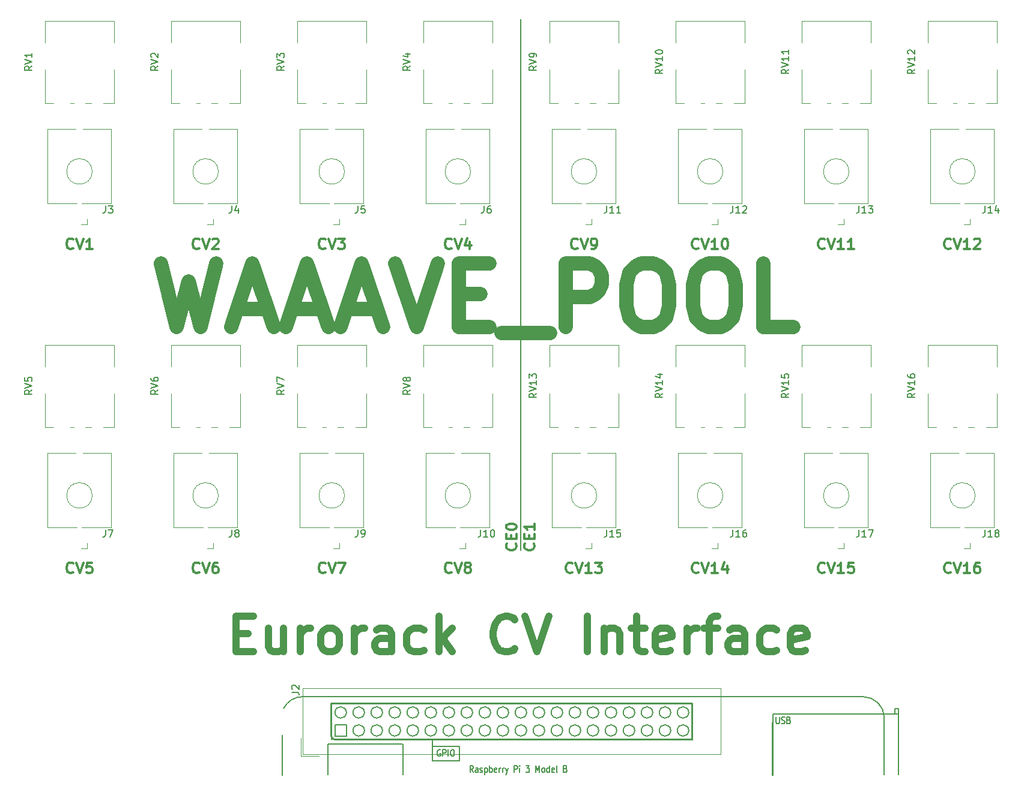
<source format=gbr>
G04 #@! TF.GenerationSoftware,KiCad,Pcbnew,(5.0.1-3-g963ef8bb5)*
G04 #@! TF.CreationDate,2020-08-17T13:32:48-04:00*
G04 #@! TF.ProjectId,Wave_Pool CV Input,576176655F506F6F6C20435620496E70,rev?*
G04 #@! TF.SameCoordinates,Original*
G04 #@! TF.FileFunction,Legend,Top*
G04 #@! TF.FilePolarity,Positive*
%FSLAX46Y46*%
G04 Gerber Fmt 4.6, Leading zero omitted, Abs format (unit mm)*
G04 Created by KiCad (PCBNEW (5.0.1-3-g963ef8bb5)) date Monday, August 17, 2020 at 01:32:48 PM*
%MOMM*%
%LPD*%
G01*
G04 APERTURE LIST*
%ADD10C,1.000000*%
%ADD11C,2.000000*%
%ADD12C,0.200000*%
%ADD13C,0.192000*%
%ADD14C,0.300000*%
%ADD15C,0.120000*%
%ADD16C,0.150000*%
G04 APERTURE END LIST*
D10*
X96660952Y-128957857D02*
X98327619Y-128957857D01*
X99041904Y-131576904D02*
X96660952Y-131576904D01*
X96660952Y-126576904D01*
X99041904Y-126576904D01*
X103327619Y-128243571D02*
X103327619Y-131576904D01*
X101184761Y-128243571D02*
X101184761Y-130862619D01*
X101422857Y-131338809D01*
X101899047Y-131576904D01*
X102613333Y-131576904D01*
X103089523Y-131338809D01*
X103327619Y-131100714D01*
X105708571Y-131576904D02*
X105708571Y-128243571D01*
X105708571Y-129195952D02*
X105946666Y-128719761D01*
X106184761Y-128481666D01*
X106660952Y-128243571D01*
X107137142Y-128243571D01*
X109518095Y-131576904D02*
X109041904Y-131338809D01*
X108803809Y-131100714D01*
X108565714Y-130624523D01*
X108565714Y-129195952D01*
X108803809Y-128719761D01*
X109041904Y-128481666D01*
X109518095Y-128243571D01*
X110232380Y-128243571D01*
X110708571Y-128481666D01*
X110946666Y-128719761D01*
X111184761Y-129195952D01*
X111184761Y-130624523D01*
X110946666Y-131100714D01*
X110708571Y-131338809D01*
X110232380Y-131576904D01*
X109518095Y-131576904D01*
X113327619Y-131576904D02*
X113327619Y-128243571D01*
X113327619Y-129195952D02*
X113565714Y-128719761D01*
X113803809Y-128481666D01*
X114279999Y-128243571D01*
X114756190Y-128243571D01*
X118565714Y-131576904D02*
X118565714Y-128957857D01*
X118327619Y-128481666D01*
X117851428Y-128243571D01*
X116899047Y-128243571D01*
X116422857Y-128481666D01*
X118565714Y-131338809D02*
X118089523Y-131576904D01*
X116899047Y-131576904D01*
X116422857Y-131338809D01*
X116184761Y-130862619D01*
X116184761Y-130386428D01*
X116422857Y-129910238D01*
X116899047Y-129672142D01*
X118089523Y-129672142D01*
X118565714Y-129434047D01*
X123089523Y-131338809D02*
X122613333Y-131576904D01*
X121660952Y-131576904D01*
X121184761Y-131338809D01*
X120946666Y-131100714D01*
X120708571Y-130624523D01*
X120708571Y-129195952D01*
X120946666Y-128719761D01*
X121184761Y-128481666D01*
X121660952Y-128243571D01*
X122613333Y-128243571D01*
X123089523Y-128481666D01*
X125232380Y-131576904D02*
X125232380Y-126576904D01*
X125708571Y-129672142D02*
X127137142Y-131576904D01*
X127137142Y-128243571D02*
X125232380Y-130148333D01*
X135946666Y-131100714D02*
X135708571Y-131338809D01*
X134994285Y-131576904D01*
X134518095Y-131576904D01*
X133803809Y-131338809D01*
X133327619Y-130862619D01*
X133089523Y-130386428D01*
X132851428Y-129434047D01*
X132851428Y-128719761D01*
X133089523Y-127767380D01*
X133327619Y-127291190D01*
X133803809Y-126815000D01*
X134518095Y-126576904D01*
X134994285Y-126576904D01*
X135708571Y-126815000D01*
X135946666Y-127053095D01*
X137375238Y-126576904D02*
X139041904Y-131576904D01*
X140708571Y-126576904D01*
X146184761Y-131576904D02*
X146184761Y-126576904D01*
X148565714Y-128243571D02*
X148565714Y-131576904D01*
X148565714Y-128719761D02*
X148803809Y-128481666D01*
X149279999Y-128243571D01*
X149994285Y-128243571D01*
X150470476Y-128481666D01*
X150708571Y-128957857D01*
X150708571Y-131576904D01*
X152375238Y-128243571D02*
X154279999Y-128243571D01*
X153089523Y-126576904D02*
X153089523Y-130862619D01*
X153327619Y-131338809D01*
X153803809Y-131576904D01*
X154279999Y-131576904D01*
X157851428Y-131338809D02*
X157375238Y-131576904D01*
X156422857Y-131576904D01*
X155946666Y-131338809D01*
X155708571Y-130862619D01*
X155708571Y-128957857D01*
X155946666Y-128481666D01*
X156422857Y-128243571D01*
X157375238Y-128243571D01*
X157851428Y-128481666D01*
X158089523Y-128957857D01*
X158089523Y-129434047D01*
X155708571Y-129910238D01*
X160232380Y-131576904D02*
X160232380Y-128243571D01*
X160232380Y-129195952D02*
X160470476Y-128719761D01*
X160708571Y-128481666D01*
X161184761Y-128243571D01*
X161660952Y-128243571D01*
X162613333Y-128243571D02*
X164518095Y-128243571D01*
X163327619Y-131576904D02*
X163327619Y-127291190D01*
X163565714Y-126815000D01*
X164041904Y-126576904D01*
X164518095Y-126576904D01*
X168327619Y-131576904D02*
X168327619Y-128957857D01*
X168089523Y-128481666D01*
X167613333Y-128243571D01*
X166660952Y-128243571D01*
X166184761Y-128481666D01*
X168327619Y-131338809D02*
X167851428Y-131576904D01*
X166660952Y-131576904D01*
X166184761Y-131338809D01*
X165946666Y-130862619D01*
X165946666Y-130386428D01*
X166184761Y-129910238D01*
X166660952Y-129672142D01*
X167851428Y-129672142D01*
X168327619Y-129434047D01*
X172851428Y-131338809D02*
X172375238Y-131576904D01*
X171422857Y-131576904D01*
X170946666Y-131338809D01*
X170708571Y-131100714D01*
X170470476Y-130624523D01*
X170470476Y-129195952D01*
X170708571Y-128719761D01*
X170946666Y-128481666D01*
X171422857Y-128243571D01*
X172375238Y-128243571D01*
X172851428Y-128481666D01*
X176899047Y-131338809D02*
X176422857Y-131576904D01*
X175470476Y-131576904D01*
X174994285Y-131338809D01*
X174756190Y-130862619D01*
X174756190Y-128957857D01*
X174994285Y-128481666D01*
X175470476Y-128243571D01*
X176422857Y-128243571D01*
X176899047Y-128481666D01*
X177137142Y-128957857D01*
X177137142Y-129434047D01*
X174756190Y-129910238D01*
D11*
X86072857Y-76761428D02*
X88215714Y-85761428D01*
X89930000Y-79332857D01*
X91644285Y-85761428D01*
X93787142Y-76761428D01*
X96787142Y-83190000D02*
X101072857Y-83190000D01*
X95930000Y-85761428D02*
X98930000Y-76761428D01*
X101930000Y-85761428D01*
X104501428Y-83190000D02*
X108787142Y-83190000D01*
X103644285Y-85761428D02*
X106644285Y-76761428D01*
X109644285Y-85761428D01*
X112215714Y-83190000D02*
X116501428Y-83190000D01*
X111358571Y-85761428D02*
X114358571Y-76761428D01*
X117358571Y-85761428D01*
X119072857Y-76761428D02*
X122072857Y-85761428D01*
X125072857Y-76761428D01*
X128072857Y-81047142D02*
X131072857Y-81047142D01*
X132358571Y-85761428D02*
X128072857Y-85761428D01*
X128072857Y-76761428D01*
X132358571Y-76761428D01*
X134072857Y-86618571D02*
X140930000Y-86618571D01*
X143072857Y-85761428D02*
X143072857Y-76761428D01*
X146501428Y-76761428D01*
X147358571Y-77190000D01*
X147787142Y-77618571D01*
X148215714Y-78475714D01*
X148215714Y-79761428D01*
X147787142Y-80618571D01*
X147358571Y-81047142D01*
X146501428Y-81475714D01*
X143072857Y-81475714D01*
X153787142Y-76761428D02*
X155501428Y-76761428D01*
X156358571Y-77190000D01*
X157215714Y-78047142D01*
X157644285Y-79761428D01*
X157644285Y-82761428D01*
X157215714Y-84475714D01*
X156358571Y-85332857D01*
X155501428Y-85761428D01*
X153787142Y-85761428D01*
X152930000Y-85332857D01*
X152072857Y-84475714D01*
X151644285Y-82761428D01*
X151644285Y-79761428D01*
X152072857Y-78047142D01*
X152930000Y-77190000D01*
X153787142Y-76761428D01*
X163215714Y-76761428D02*
X164930000Y-76761428D01*
X165787142Y-77190000D01*
X166644285Y-78047142D01*
X167072857Y-79761428D01*
X167072857Y-82761428D01*
X166644285Y-84475714D01*
X165787142Y-85332857D01*
X164930000Y-85761428D01*
X163215714Y-85761428D01*
X162358571Y-85332857D01*
X161501428Y-84475714D01*
X161072857Y-82761428D01*
X161072857Y-79761428D01*
X161501428Y-78047142D01*
X162358571Y-77190000D01*
X163215714Y-76761428D01*
X175215714Y-85761428D02*
X170930000Y-85761428D01*
X170930000Y-76761428D01*
D12*
X120143000Y-148873000D02*
X120143000Y-144555000D01*
X109608000Y-144536000D02*
X109602000Y-148873000D01*
X120108000Y-144536000D02*
X109608000Y-144536000D01*
X103125000Y-143285000D02*
X103125000Y-149000000D01*
X103317108Y-139569688D02*
G75*
G02X106008000Y-137896000I2690890J-1326310D01*
G01*
X185008000Y-137896000D02*
X106008000Y-137896000D01*
X185008000Y-137896000D02*
G75*
G02X188008000Y-140896000I2J-2999998D01*
G01*
X187986400Y-148898400D02*
X188008000Y-140896000D01*
X120107000Y-144537000D02*
X109613000Y-144537000D01*
X124314000Y-144938000D02*
X128114000Y-144938000D01*
X128114000Y-146938000D02*
X124314000Y-146938000D01*
X128114000Y-144938000D02*
X128114000Y-146938000D01*
X124314000Y-146938000D02*
X124314000Y-144038000D01*
X172213000Y-149000000D02*
X172208000Y-141496000D01*
X189508000Y-139546000D02*
X189508000Y-140326000D01*
X190008000Y-139546000D02*
X189508000Y-139546000D01*
X190008000Y-140326000D02*
X190008000Y-139546000D01*
X190008000Y-140326000D02*
X189993000Y-148873000D01*
X172308000Y-140326000D02*
X190008000Y-140326000D01*
X172340000Y-149000000D02*
X172308000Y-140326000D01*
X161008000Y-138796000D02*
X110008000Y-138796000D01*
X161008000Y-143996000D02*
X161008000Y-138796000D01*
X110508000Y-143996000D02*
X161008000Y-143996000D01*
X110008000Y-143496000D02*
X110508000Y-143996000D01*
X110008000Y-138796000D02*
X110008000Y-143496000D01*
X110108000Y-138896000D02*
X110108000Y-143896000D01*
X160908000Y-138896000D02*
X110108000Y-138896000D01*
X160908000Y-143896000D02*
X160908000Y-138896000D01*
X110108000Y-143896000D02*
X160908000Y-143896000D01*
X145198000Y-140126000D02*
G75*
G03X145198000Y-140126000I-800000J0D01*
G01*
X145198000Y-140126000D02*
G75*
G03X145198000Y-140126000I-800000J0D01*
G01*
X145198000Y-142666000D02*
G75*
G03X145198000Y-142666000I-800000J0D01*
G01*
X145198000Y-142666000D02*
G75*
G03X145198000Y-142666000I-800000J0D01*
G01*
X112178000Y-143466000D02*
X110578000Y-143466000D01*
X112178000Y-141866000D02*
X112178000Y-143466000D01*
X110578000Y-141866000D02*
X112178000Y-141866000D01*
X110578000Y-143466000D02*
X110578000Y-141866000D01*
X112178000Y-143466000D02*
X110578000Y-143466000D01*
X112178000Y-141866000D02*
X112178000Y-143466000D01*
X110578000Y-141866000D02*
X112178000Y-141866000D01*
X110578000Y-143466000D02*
X110578000Y-141866000D01*
X160438000Y-142666000D02*
G75*
G03X160438000Y-142666000I-800000J0D01*
G01*
X160438000Y-142666000D02*
G75*
G03X160438000Y-142666000I-800000J0D01*
G01*
X157898000Y-142666000D02*
G75*
G03X157898000Y-142666000I-800000J0D01*
G01*
X157898000Y-142666000D02*
G75*
G03X157898000Y-142666000I-800000J0D01*
G01*
X155358000Y-142666000D02*
G75*
G03X155358000Y-142666000I-800000J0D01*
G01*
X155358000Y-142666000D02*
G75*
G03X155358000Y-142666000I-800000J0D01*
G01*
X152818000Y-142666000D02*
G75*
G03X152818000Y-142666000I-800000J0D01*
G01*
X152818000Y-142666000D02*
G75*
G03X152818000Y-142666000I-800000J0D01*
G01*
X150278000Y-142666000D02*
G75*
G03X150278000Y-142666000I-800000J0D01*
G01*
X150278000Y-142666000D02*
G75*
G03X150278000Y-142666000I-800000J0D01*
G01*
X147738000Y-142666000D02*
G75*
G03X147738000Y-142666000I-800000J0D01*
G01*
X147738000Y-142666000D02*
G75*
G03X147738000Y-142666000I-800000J0D01*
G01*
X142658000Y-142666000D02*
G75*
G03X142658000Y-142666000I-800000J0D01*
G01*
X142658000Y-142666000D02*
G75*
G03X142658000Y-142666000I-800000J0D01*
G01*
X140118000Y-142666000D02*
G75*
G03X140118000Y-142666000I-800000J0D01*
G01*
X140118000Y-142666000D02*
G75*
G03X140118000Y-142666000I-800000J0D01*
G01*
X137578000Y-142666000D02*
G75*
G03X137578000Y-142666000I-800000J0D01*
G01*
X137578000Y-142666000D02*
G75*
G03X137578000Y-142666000I-800000J0D01*
G01*
X135038000Y-142666000D02*
G75*
G03X135038000Y-142666000I-800000J0D01*
G01*
X135038000Y-142666000D02*
G75*
G03X135038000Y-142666000I-800000J0D01*
G01*
X132498000Y-142666000D02*
G75*
G03X132498000Y-142666000I-800000J0D01*
G01*
X132498000Y-142666000D02*
G75*
G03X132498000Y-142666000I-800000J0D01*
G01*
X129958000Y-142666000D02*
G75*
G03X129958000Y-142666000I-800000J0D01*
G01*
X129958000Y-142666000D02*
G75*
G03X129958000Y-142666000I-800000J0D01*
G01*
X127418000Y-142666000D02*
G75*
G03X127418000Y-142666000I-800000J0D01*
G01*
X127418000Y-142666000D02*
G75*
G03X127418000Y-142666000I-800000J0D01*
G01*
X124878000Y-142666000D02*
G75*
G03X124878000Y-142666000I-800000J0D01*
G01*
X124878000Y-142666000D02*
G75*
G03X124878000Y-142666000I-800000J0D01*
G01*
X122338000Y-142666000D02*
G75*
G03X122338000Y-142666000I-800000J0D01*
G01*
X122338000Y-142666000D02*
G75*
G03X122338000Y-142666000I-800000J0D01*
G01*
X119798000Y-142666000D02*
G75*
G03X119798000Y-142666000I-800000J0D01*
G01*
X119798000Y-142666000D02*
G75*
G03X119798000Y-142666000I-800000J0D01*
G01*
X117258000Y-142666000D02*
G75*
G03X117258000Y-142666000I-800000J0D01*
G01*
X117258000Y-142666000D02*
G75*
G03X117258000Y-142666000I-800000J0D01*
G01*
X114718000Y-142666000D02*
G75*
G03X114718000Y-142666000I-800000J0D01*
G01*
X114718000Y-142666000D02*
G75*
G03X114718000Y-142666000I-800000J0D01*
G01*
X160438000Y-140126000D02*
G75*
G03X160438000Y-140126000I-800000J0D01*
G01*
X160438000Y-140126000D02*
G75*
G03X160438000Y-140126000I-800000J0D01*
G01*
X157898000Y-140126000D02*
G75*
G03X157898000Y-140126000I-800000J0D01*
G01*
X157898000Y-140126000D02*
G75*
G03X157898000Y-140126000I-800000J0D01*
G01*
X155358000Y-140126000D02*
G75*
G03X155358000Y-140126000I-800000J0D01*
G01*
X155358000Y-140126000D02*
G75*
G03X155358000Y-140126000I-800000J0D01*
G01*
X152818000Y-140126000D02*
G75*
G03X152818000Y-140126000I-800000J0D01*
G01*
X152818000Y-140126000D02*
G75*
G03X152818000Y-140126000I-800000J0D01*
G01*
X150278000Y-140126000D02*
G75*
G03X150278000Y-140126000I-800000J0D01*
G01*
X150278000Y-140126000D02*
G75*
G03X150278000Y-140126000I-800000J0D01*
G01*
X147738000Y-140126000D02*
G75*
G03X147738000Y-140126000I-800000J0D01*
G01*
X147738000Y-140126000D02*
G75*
G03X147738000Y-140126000I-800000J0D01*
G01*
X142658000Y-140126000D02*
G75*
G03X142658000Y-140126000I-800000J0D01*
G01*
X142658000Y-140126000D02*
G75*
G03X142658000Y-140126000I-800000J0D01*
G01*
X140118000Y-140126000D02*
G75*
G03X140118000Y-140126000I-800000J0D01*
G01*
X140118000Y-140126000D02*
G75*
G03X140118000Y-140126000I-800000J0D01*
G01*
X137578000Y-140126000D02*
G75*
G03X137578000Y-140126000I-800000J0D01*
G01*
X137578000Y-140126000D02*
G75*
G03X137578000Y-140126000I-800000J0D01*
G01*
X135038000Y-140126000D02*
G75*
G03X135038000Y-140126000I-800000J0D01*
G01*
X135038000Y-140126000D02*
G75*
G03X135038000Y-140126000I-800000J0D01*
G01*
X132498000Y-140126000D02*
G75*
G03X132498000Y-140126000I-800000J0D01*
G01*
X132498000Y-140126000D02*
G75*
G03X132498000Y-140126000I-800000J0D01*
G01*
X129958000Y-140126000D02*
G75*
G03X129958000Y-140126000I-800000J0D01*
G01*
X129958000Y-140126000D02*
G75*
G03X129958000Y-140126000I-800000J0D01*
G01*
X127418000Y-140126000D02*
G75*
G03X127418000Y-140126000I-800000J0D01*
G01*
X127418000Y-140126000D02*
G75*
G03X127418000Y-140126000I-800000J0D01*
G01*
X124878000Y-140126000D02*
G75*
G03X124878000Y-140126000I-800000J0D01*
G01*
X124878000Y-140126000D02*
G75*
G03X124878000Y-140126000I-800000J0D01*
G01*
X122338000Y-140126000D02*
G75*
G03X122338000Y-140126000I-800000J0D01*
G01*
X122338000Y-140126000D02*
G75*
G03X122338000Y-140126000I-800000J0D01*
G01*
X119798000Y-140126000D02*
G75*
G03X119798000Y-140126000I-800000J0D01*
G01*
X119798000Y-140126000D02*
G75*
G03X119798000Y-140126000I-800000J0D01*
G01*
X117258000Y-140126000D02*
G75*
G03X117258000Y-140126000I-800000J0D01*
G01*
X117258000Y-140126000D02*
G75*
G03X117258000Y-140126000I-800000J0D01*
G01*
X114718000Y-140126000D02*
G75*
G03X114718000Y-140126000I-800000J0D01*
G01*
X114718000Y-140126000D02*
G75*
G03X114718000Y-140126000I-800000J0D01*
G01*
X112178000Y-140126000D02*
G75*
G03X112178000Y-140126000I-800000J0D01*
G01*
X112178000Y-140126000D02*
G75*
G03X112178000Y-140126000I-800000J0D01*
G01*
D13*
X130044514Y-148580285D02*
X129788514Y-148123142D01*
X129605657Y-148580285D02*
X129605657Y-147620285D01*
X129898228Y-147620285D01*
X129971371Y-147666000D01*
X130007942Y-147711714D01*
X130044514Y-147803142D01*
X130044514Y-147940285D01*
X130007942Y-148031714D01*
X129971371Y-148077428D01*
X129898228Y-148123142D01*
X129605657Y-148123142D01*
X130702800Y-148580285D02*
X130702800Y-148077428D01*
X130666228Y-147986000D01*
X130593085Y-147940285D01*
X130446800Y-147940285D01*
X130373657Y-147986000D01*
X130702800Y-148534571D02*
X130629657Y-148580285D01*
X130446800Y-148580285D01*
X130373657Y-148534571D01*
X130337085Y-148443142D01*
X130337085Y-148351714D01*
X130373657Y-148260285D01*
X130446800Y-148214571D01*
X130629657Y-148214571D01*
X130702800Y-148168857D01*
X131031942Y-148534571D02*
X131105085Y-148580285D01*
X131251371Y-148580285D01*
X131324514Y-148534571D01*
X131361085Y-148443142D01*
X131361085Y-148397428D01*
X131324514Y-148306000D01*
X131251371Y-148260285D01*
X131141657Y-148260285D01*
X131068514Y-148214571D01*
X131031942Y-148123142D01*
X131031942Y-148077428D01*
X131068514Y-147986000D01*
X131141657Y-147940285D01*
X131251371Y-147940285D01*
X131324514Y-147986000D01*
X131690228Y-147940285D02*
X131690228Y-148900285D01*
X131690228Y-147986000D02*
X131763371Y-147940285D01*
X131909657Y-147940285D01*
X131982800Y-147986000D01*
X132019371Y-148031714D01*
X132055942Y-148123142D01*
X132055942Y-148397428D01*
X132019371Y-148488857D01*
X131982800Y-148534571D01*
X131909657Y-148580285D01*
X131763371Y-148580285D01*
X131690228Y-148534571D01*
X132385085Y-148580285D02*
X132385085Y-147620285D01*
X132385085Y-147986000D02*
X132458228Y-147940285D01*
X132604514Y-147940285D01*
X132677657Y-147986000D01*
X132714228Y-148031714D01*
X132750800Y-148123142D01*
X132750800Y-148397428D01*
X132714228Y-148488857D01*
X132677657Y-148534571D01*
X132604514Y-148580285D01*
X132458228Y-148580285D01*
X132385085Y-148534571D01*
X133372514Y-148534571D02*
X133299371Y-148580285D01*
X133153085Y-148580285D01*
X133079942Y-148534571D01*
X133043371Y-148443142D01*
X133043371Y-148077428D01*
X133079942Y-147986000D01*
X133153085Y-147940285D01*
X133299371Y-147940285D01*
X133372514Y-147986000D01*
X133409085Y-148077428D01*
X133409085Y-148168857D01*
X133043371Y-148260285D01*
X133738228Y-148580285D02*
X133738228Y-147940285D01*
X133738228Y-148123142D02*
X133774800Y-148031714D01*
X133811371Y-147986000D01*
X133884514Y-147940285D01*
X133957657Y-147940285D01*
X134213657Y-148580285D02*
X134213657Y-147940285D01*
X134213657Y-148123142D02*
X134250228Y-148031714D01*
X134286800Y-147986000D01*
X134359942Y-147940285D01*
X134433085Y-147940285D01*
X134615942Y-147940285D02*
X134798800Y-148580285D01*
X134981657Y-147940285D02*
X134798800Y-148580285D01*
X134725657Y-148808857D01*
X134689085Y-148854571D01*
X134615942Y-148900285D01*
X135859371Y-148580285D02*
X135859371Y-147620285D01*
X136151942Y-147620285D01*
X136225085Y-147666000D01*
X136261657Y-147711714D01*
X136298228Y-147803142D01*
X136298228Y-147940285D01*
X136261657Y-148031714D01*
X136225085Y-148077428D01*
X136151942Y-148123142D01*
X135859371Y-148123142D01*
X136627371Y-148580285D02*
X136627371Y-147940285D01*
X136627371Y-147620285D02*
X136590800Y-147666000D01*
X136627371Y-147711714D01*
X136663942Y-147666000D01*
X136627371Y-147620285D01*
X136627371Y-147711714D01*
X137505085Y-147620285D02*
X137980514Y-147620285D01*
X137724514Y-147986000D01*
X137834228Y-147986000D01*
X137907371Y-148031714D01*
X137943942Y-148077428D01*
X137980514Y-148168857D01*
X137980514Y-148397428D01*
X137943942Y-148488857D01*
X137907371Y-148534571D01*
X137834228Y-148580285D01*
X137614800Y-148580285D01*
X137541657Y-148534571D01*
X137505085Y-148488857D01*
X138894800Y-148580285D02*
X138894800Y-147620285D01*
X139150800Y-148306000D01*
X139406800Y-147620285D01*
X139406800Y-148580285D01*
X139882228Y-148580285D02*
X139809085Y-148534571D01*
X139772514Y-148488857D01*
X139735942Y-148397428D01*
X139735942Y-148123142D01*
X139772514Y-148031714D01*
X139809085Y-147986000D01*
X139882228Y-147940285D01*
X139991942Y-147940285D01*
X140065085Y-147986000D01*
X140101657Y-148031714D01*
X140138228Y-148123142D01*
X140138228Y-148397428D01*
X140101657Y-148488857D01*
X140065085Y-148534571D01*
X139991942Y-148580285D01*
X139882228Y-148580285D01*
X140796514Y-148580285D02*
X140796514Y-147620285D01*
X140796514Y-148534571D02*
X140723371Y-148580285D01*
X140577085Y-148580285D01*
X140503942Y-148534571D01*
X140467371Y-148488857D01*
X140430800Y-148397428D01*
X140430800Y-148123142D01*
X140467371Y-148031714D01*
X140503942Y-147986000D01*
X140577085Y-147940285D01*
X140723371Y-147940285D01*
X140796514Y-147986000D01*
X141454800Y-148534571D02*
X141381657Y-148580285D01*
X141235371Y-148580285D01*
X141162228Y-148534571D01*
X141125657Y-148443142D01*
X141125657Y-148077428D01*
X141162228Y-147986000D01*
X141235371Y-147940285D01*
X141381657Y-147940285D01*
X141454800Y-147986000D01*
X141491371Y-148077428D01*
X141491371Y-148168857D01*
X141125657Y-148260285D01*
X141930228Y-148580285D02*
X141857085Y-148534571D01*
X141820514Y-148443142D01*
X141820514Y-147620285D01*
X143063942Y-148077428D02*
X143173657Y-148123142D01*
X143210228Y-148168857D01*
X143246800Y-148260285D01*
X143246800Y-148397428D01*
X143210228Y-148488857D01*
X143173657Y-148534571D01*
X143100514Y-148580285D01*
X142807942Y-148580285D01*
X142807942Y-147620285D01*
X143063942Y-147620285D01*
X143137085Y-147666000D01*
X143173657Y-147711714D01*
X143210228Y-147803142D01*
X143210228Y-147894571D01*
X143173657Y-147986000D01*
X143137085Y-148031714D01*
X143063942Y-148077428D01*
X142807942Y-148077428D01*
D12*
D13*
X172767857Y-140755285D02*
X172767857Y-141532428D01*
X172804428Y-141623857D01*
X172841000Y-141669571D01*
X172914142Y-141715285D01*
X173060428Y-141715285D01*
X173133571Y-141669571D01*
X173170142Y-141623857D01*
X173206714Y-141532428D01*
X173206714Y-140755285D01*
X173535857Y-141669571D02*
X173645571Y-141715285D01*
X173828428Y-141715285D01*
X173901571Y-141669571D01*
X173938142Y-141623857D01*
X173974714Y-141532428D01*
X173974714Y-141441000D01*
X173938142Y-141349571D01*
X173901571Y-141303857D01*
X173828428Y-141258142D01*
X173682142Y-141212428D01*
X173609000Y-141166714D01*
X173572428Y-141121000D01*
X173535857Y-141029571D01*
X173535857Y-140938142D01*
X173572428Y-140846714D01*
X173609000Y-140801000D01*
X173682142Y-140755285D01*
X173865000Y-140755285D01*
X173974714Y-140801000D01*
X174559857Y-141212428D02*
X174669571Y-141258142D01*
X174706142Y-141303857D01*
X174742714Y-141395285D01*
X174742714Y-141532428D01*
X174706142Y-141623857D01*
X174669571Y-141669571D01*
X174596428Y-141715285D01*
X174303857Y-141715285D01*
X174303857Y-140755285D01*
X174559857Y-140755285D01*
X174633000Y-140801000D01*
X174669571Y-140846714D01*
X174706142Y-140938142D01*
X174706142Y-141029571D01*
X174669571Y-141121000D01*
X174633000Y-141166714D01*
X174559857Y-141212428D01*
X174303857Y-141212428D01*
D12*
D13*
X125416000Y-145388000D02*
X125342857Y-145342285D01*
X125233142Y-145342285D01*
X125123428Y-145388000D01*
X125050285Y-145479428D01*
X125013714Y-145570857D01*
X124977142Y-145753714D01*
X124977142Y-145890857D01*
X125013714Y-146073714D01*
X125050285Y-146165142D01*
X125123428Y-146256571D01*
X125233142Y-146302285D01*
X125306285Y-146302285D01*
X125416000Y-146256571D01*
X125452571Y-146210857D01*
X125452571Y-145890857D01*
X125306285Y-145890857D01*
X125781714Y-146302285D02*
X125781714Y-145342285D01*
X126074285Y-145342285D01*
X126147428Y-145388000D01*
X126184000Y-145433714D01*
X126220571Y-145525142D01*
X126220571Y-145662285D01*
X126184000Y-145753714D01*
X126147428Y-145799428D01*
X126074285Y-145845142D01*
X125781714Y-145845142D01*
X126549714Y-146302285D02*
X126549714Y-145342285D01*
X127061714Y-145342285D02*
X127208000Y-145342285D01*
X127281142Y-145388000D01*
X127354285Y-145479428D01*
X127390857Y-145662285D01*
X127390857Y-145982285D01*
X127354285Y-146165142D01*
X127281142Y-146256571D01*
X127208000Y-146302285D01*
X127061714Y-146302285D01*
X126988571Y-146256571D01*
X126915428Y-146165142D01*
X126878857Y-145982285D01*
X126878857Y-145662285D01*
X126915428Y-145479428D01*
X126988571Y-145388000D01*
X127061714Y-145342285D01*
D12*
D14*
X138585714Y-116273571D02*
X138657142Y-116345000D01*
X138728571Y-116559285D01*
X138728571Y-116702142D01*
X138657142Y-116916428D01*
X138514285Y-117059285D01*
X138371428Y-117130714D01*
X138085714Y-117202142D01*
X137871428Y-117202142D01*
X137585714Y-117130714D01*
X137442857Y-117059285D01*
X137300000Y-116916428D01*
X137228571Y-116702142D01*
X137228571Y-116559285D01*
X137300000Y-116345000D01*
X137371428Y-116273571D01*
X137942857Y-115630714D02*
X137942857Y-115130714D01*
X138728571Y-114916428D02*
X138728571Y-115630714D01*
X137228571Y-115630714D01*
X137228571Y-114916428D01*
X138728571Y-113487857D02*
X138728571Y-114345000D01*
X138728571Y-113916428D02*
X137228571Y-113916428D01*
X137442857Y-114059285D01*
X137585714Y-114202142D01*
X137657142Y-114345000D01*
X136045714Y-116273571D02*
X136117142Y-116345000D01*
X136188571Y-116559285D01*
X136188571Y-116702142D01*
X136117142Y-116916428D01*
X135974285Y-117059285D01*
X135831428Y-117130714D01*
X135545714Y-117202142D01*
X135331428Y-117202142D01*
X135045714Y-117130714D01*
X134902857Y-117059285D01*
X134760000Y-116916428D01*
X134688571Y-116702142D01*
X134688571Y-116559285D01*
X134760000Y-116345000D01*
X134831428Y-116273571D01*
X135402857Y-115630714D02*
X135402857Y-115130714D01*
X136188571Y-114916428D02*
X136188571Y-115630714D01*
X134688571Y-115630714D01*
X134688571Y-114916428D01*
X134688571Y-113987857D02*
X134688571Y-113845000D01*
X134760000Y-113702142D01*
X134831428Y-113630714D01*
X134974285Y-113559285D01*
X135260000Y-113487857D01*
X135617142Y-113487857D01*
X135902857Y-113559285D01*
X136045714Y-113630714D01*
X136117142Y-113702142D01*
X136188571Y-113845000D01*
X136188571Y-113987857D01*
X136117142Y-114130714D01*
X136045714Y-114202142D01*
X135902857Y-114273571D01*
X135617142Y-114345000D01*
X135260000Y-114345000D01*
X134974285Y-114273571D01*
X134831428Y-114202142D01*
X134760000Y-114130714D01*
X134688571Y-113987857D01*
D12*
X136780000Y-42320000D02*
X136780000Y-117250000D01*
D14*
X197402857Y-120325714D02*
X197331428Y-120397142D01*
X197117142Y-120468571D01*
X196974285Y-120468571D01*
X196760000Y-120397142D01*
X196617142Y-120254285D01*
X196545714Y-120111428D01*
X196474285Y-119825714D01*
X196474285Y-119611428D01*
X196545714Y-119325714D01*
X196617142Y-119182857D01*
X196760000Y-119040000D01*
X196974285Y-118968571D01*
X197117142Y-118968571D01*
X197331428Y-119040000D01*
X197402857Y-119111428D01*
X197831428Y-118968571D02*
X198331428Y-120468571D01*
X198831428Y-118968571D01*
X200117142Y-120468571D02*
X199260000Y-120468571D01*
X199688571Y-120468571D02*
X199688571Y-118968571D01*
X199545714Y-119182857D01*
X199402857Y-119325714D01*
X199260000Y-119397142D01*
X201402857Y-118968571D02*
X201117142Y-118968571D01*
X200974285Y-119040000D01*
X200902857Y-119111428D01*
X200760000Y-119325714D01*
X200688571Y-119611428D01*
X200688571Y-120182857D01*
X200760000Y-120325714D01*
X200831428Y-120397142D01*
X200974285Y-120468571D01*
X201260000Y-120468571D01*
X201402857Y-120397142D01*
X201474285Y-120325714D01*
X201545714Y-120182857D01*
X201545714Y-119825714D01*
X201474285Y-119682857D01*
X201402857Y-119611428D01*
X201260000Y-119540000D01*
X200974285Y-119540000D01*
X200831428Y-119611428D01*
X200760000Y-119682857D01*
X200688571Y-119825714D01*
X179622857Y-120325714D02*
X179551428Y-120397142D01*
X179337142Y-120468571D01*
X179194285Y-120468571D01*
X178980000Y-120397142D01*
X178837142Y-120254285D01*
X178765714Y-120111428D01*
X178694285Y-119825714D01*
X178694285Y-119611428D01*
X178765714Y-119325714D01*
X178837142Y-119182857D01*
X178980000Y-119040000D01*
X179194285Y-118968571D01*
X179337142Y-118968571D01*
X179551428Y-119040000D01*
X179622857Y-119111428D01*
X180051428Y-118968571D02*
X180551428Y-120468571D01*
X181051428Y-118968571D01*
X182337142Y-120468571D02*
X181480000Y-120468571D01*
X181908571Y-120468571D02*
X181908571Y-118968571D01*
X181765714Y-119182857D01*
X181622857Y-119325714D01*
X181480000Y-119397142D01*
X183694285Y-118968571D02*
X182980000Y-118968571D01*
X182908571Y-119682857D01*
X182980000Y-119611428D01*
X183122857Y-119540000D01*
X183480000Y-119540000D01*
X183622857Y-119611428D01*
X183694285Y-119682857D01*
X183765714Y-119825714D01*
X183765714Y-120182857D01*
X183694285Y-120325714D01*
X183622857Y-120397142D01*
X183480000Y-120468571D01*
X183122857Y-120468571D01*
X182980000Y-120397142D01*
X182908571Y-120325714D01*
X161842857Y-120325714D02*
X161771428Y-120397142D01*
X161557142Y-120468571D01*
X161414285Y-120468571D01*
X161200000Y-120397142D01*
X161057142Y-120254285D01*
X160985714Y-120111428D01*
X160914285Y-119825714D01*
X160914285Y-119611428D01*
X160985714Y-119325714D01*
X161057142Y-119182857D01*
X161200000Y-119040000D01*
X161414285Y-118968571D01*
X161557142Y-118968571D01*
X161771428Y-119040000D01*
X161842857Y-119111428D01*
X162271428Y-118968571D02*
X162771428Y-120468571D01*
X163271428Y-118968571D01*
X164557142Y-120468571D02*
X163700000Y-120468571D01*
X164128571Y-120468571D02*
X164128571Y-118968571D01*
X163985714Y-119182857D01*
X163842857Y-119325714D01*
X163700000Y-119397142D01*
X165842857Y-119468571D02*
X165842857Y-120468571D01*
X165485714Y-118897142D02*
X165128571Y-119968571D01*
X166057142Y-119968571D01*
X144062857Y-120325714D02*
X143991428Y-120397142D01*
X143777142Y-120468571D01*
X143634285Y-120468571D01*
X143420000Y-120397142D01*
X143277142Y-120254285D01*
X143205714Y-120111428D01*
X143134285Y-119825714D01*
X143134285Y-119611428D01*
X143205714Y-119325714D01*
X143277142Y-119182857D01*
X143420000Y-119040000D01*
X143634285Y-118968571D01*
X143777142Y-118968571D01*
X143991428Y-119040000D01*
X144062857Y-119111428D01*
X144491428Y-118968571D02*
X144991428Y-120468571D01*
X145491428Y-118968571D01*
X146777142Y-120468571D02*
X145920000Y-120468571D01*
X146348571Y-120468571D02*
X146348571Y-118968571D01*
X146205714Y-119182857D01*
X146062857Y-119325714D01*
X145920000Y-119397142D01*
X147277142Y-118968571D02*
X148205714Y-118968571D01*
X147705714Y-119540000D01*
X147920000Y-119540000D01*
X148062857Y-119611428D01*
X148134285Y-119682857D01*
X148205714Y-119825714D01*
X148205714Y-120182857D01*
X148134285Y-120325714D01*
X148062857Y-120397142D01*
X147920000Y-120468571D01*
X147491428Y-120468571D01*
X147348571Y-120397142D01*
X147277142Y-120325714D01*
X126997142Y-120325714D02*
X126925714Y-120397142D01*
X126711428Y-120468571D01*
X126568571Y-120468571D01*
X126354285Y-120397142D01*
X126211428Y-120254285D01*
X126140000Y-120111428D01*
X126068571Y-119825714D01*
X126068571Y-119611428D01*
X126140000Y-119325714D01*
X126211428Y-119182857D01*
X126354285Y-119040000D01*
X126568571Y-118968571D01*
X126711428Y-118968571D01*
X126925714Y-119040000D01*
X126997142Y-119111428D01*
X127425714Y-118968571D02*
X127925714Y-120468571D01*
X128425714Y-118968571D01*
X129140000Y-119611428D02*
X128997142Y-119540000D01*
X128925714Y-119468571D01*
X128854285Y-119325714D01*
X128854285Y-119254285D01*
X128925714Y-119111428D01*
X128997142Y-119040000D01*
X129140000Y-118968571D01*
X129425714Y-118968571D01*
X129568571Y-119040000D01*
X129640000Y-119111428D01*
X129711428Y-119254285D01*
X129711428Y-119325714D01*
X129640000Y-119468571D01*
X129568571Y-119540000D01*
X129425714Y-119611428D01*
X129140000Y-119611428D01*
X128997142Y-119682857D01*
X128925714Y-119754285D01*
X128854285Y-119897142D01*
X128854285Y-120182857D01*
X128925714Y-120325714D01*
X128997142Y-120397142D01*
X129140000Y-120468571D01*
X129425714Y-120468571D01*
X129568571Y-120397142D01*
X129640000Y-120325714D01*
X129711428Y-120182857D01*
X129711428Y-119897142D01*
X129640000Y-119754285D01*
X129568571Y-119682857D01*
X129425714Y-119611428D01*
X109217142Y-120325714D02*
X109145714Y-120397142D01*
X108931428Y-120468571D01*
X108788571Y-120468571D01*
X108574285Y-120397142D01*
X108431428Y-120254285D01*
X108360000Y-120111428D01*
X108288571Y-119825714D01*
X108288571Y-119611428D01*
X108360000Y-119325714D01*
X108431428Y-119182857D01*
X108574285Y-119040000D01*
X108788571Y-118968571D01*
X108931428Y-118968571D01*
X109145714Y-119040000D01*
X109217142Y-119111428D01*
X109645714Y-118968571D02*
X110145714Y-120468571D01*
X110645714Y-118968571D01*
X111002857Y-118968571D02*
X112002857Y-118968571D01*
X111360000Y-120468571D01*
X91437142Y-120325714D02*
X91365714Y-120397142D01*
X91151428Y-120468571D01*
X91008571Y-120468571D01*
X90794285Y-120397142D01*
X90651428Y-120254285D01*
X90580000Y-120111428D01*
X90508571Y-119825714D01*
X90508571Y-119611428D01*
X90580000Y-119325714D01*
X90651428Y-119182857D01*
X90794285Y-119040000D01*
X91008571Y-118968571D01*
X91151428Y-118968571D01*
X91365714Y-119040000D01*
X91437142Y-119111428D01*
X91865714Y-118968571D02*
X92365714Y-120468571D01*
X92865714Y-118968571D01*
X94008571Y-118968571D02*
X93722857Y-118968571D01*
X93580000Y-119040000D01*
X93508571Y-119111428D01*
X93365714Y-119325714D01*
X93294285Y-119611428D01*
X93294285Y-120182857D01*
X93365714Y-120325714D01*
X93437142Y-120397142D01*
X93580000Y-120468571D01*
X93865714Y-120468571D01*
X94008571Y-120397142D01*
X94080000Y-120325714D01*
X94151428Y-120182857D01*
X94151428Y-119825714D01*
X94080000Y-119682857D01*
X94008571Y-119611428D01*
X93865714Y-119540000D01*
X93580000Y-119540000D01*
X93437142Y-119611428D01*
X93365714Y-119682857D01*
X93294285Y-119825714D01*
X73657142Y-120325714D02*
X73585714Y-120397142D01*
X73371428Y-120468571D01*
X73228571Y-120468571D01*
X73014285Y-120397142D01*
X72871428Y-120254285D01*
X72800000Y-120111428D01*
X72728571Y-119825714D01*
X72728571Y-119611428D01*
X72800000Y-119325714D01*
X72871428Y-119182857D01*
X73014285Y-119040000D01*
X73228571Y-118968571D01*
X73371428Y-118968571D01*
X73585714Y-119040000D01*
X73657142Y-119111428D01*
X74085714Y-118968571D02*
X74585714Y-120468571D01*
X75085714Y-118968571D01*
X76300000Y-118968571D02*
X75585714Y-118968571D01*
X75514285Y-119682857D01*
X75585714Y-119611428D01*
X75728571Y-119540000D01*
X76085714Y-119540000D01*
X76228571Y-119611428D01*
X76300000Y-119682857D01*
X76371428Y-119825714D01*
X76371428Y-120182857D01*
X76300000Y-120325714D01*
X76228571Y-120397142D01*
X76085714Y-120468571D01*
X75728571Y-120468571D01*
X75585714Y-120397142D01*
X75514285Y-120325714D01*
X197402857Y-74605714D02*
X197331428Y-74677142D01*
X197117142Y-74748571D01*
X196974285Y-74748571D01*
X196760000Y-74677142D01*
X196617142Y-74534285D01*
X196545714Y-74391428D01*
X196474285Y-74105714D01*
X196474285Y-73891428D01*
X196545714Y-73605714D01*
X196617142Y-73462857D01*
X196760000Y-73320000D01*
X196974285Y-73248571D01*
X197117142Y-73248571D01*
X197331428Y-73320000D01*
X197402857Y-73391428D01*
X197831428Y-73248571D02*
X198331428Y-74748571D01*
X198831428Y-73248571D01*
X200117142Y-74748571D02*
X199260000Y-74748571D01*
X199688571Y-74748571D02*
X199688571Y-73248571D01*
X199545714Y-73462857D01*
X199402857Y-73605714D01*
X199260000Y-73677142D01*
X200688571Y-73391428D02*
X200760000Y-73320000D01*
X200902857Y-73248571D01*
X201260000Y-73248571D01*
X201402857Y-73320000D01*
X201474285Y-73391428D01*
X201545714Y-73534285D01*
X201545714Y-73677142D01*
X201474285Y-73891428D01*
X200617142Y-74748571D01*
X201545714Y-74748571D01*
X179622857Y-74605714D02*
X179551428Y-74677142D01*
X179337142Y-74748571D01*
X179194285Y-74748571D01*
X178980000Y-74677142D01*
X178837142Y-74534285D01*
X178765714Y-74391428D01*
X178694285Y-74105714D01*
X178694285Y-73891428D01*
X178765714Y-73605714D01*
X178837142Y-73462857D01*
X178980000Y-73320000D01*
X179194285Y-73248571D01*
X179337142Y-73248571D01*
X179551428Y-73320000D01*
X179622857Y-73391428D01*
X180051428Y-73248571D02*
X180551428Y-74748571D01*
X181051428Y-73248571D01*
X182337142Y-74748571D02*
X181480000Y-74748571D01*
X181908571Y-74748571D02*
X181908571Y-73248571D01*
X181765714Y-73462857D01*
X181622857Y-73605714D01*
X181480000Y-73677142D01*
X183765714Y-74748571D02*
X182908571Y-74748571D01*
X183337142Y-74748571D02*
X183337142Y-73248571D01*
X183194285Y-73462857D01*
X183051428Y-73605714D01*
X182908571Y-73677142D01*
X161842857Y-74605714D02*
X161771428Y-74677142D01*
X161557142Y-74748571D01*
X161414285Y-74748571D01*
X161200000Y-74677142D01*
X161057142Y-74534285D01*
X160985714Y-74391428D01*
X160914285Y-74105714D01*
X160914285Y-73891428D01*
X160985714Y-73605714D01*
X161057142Y-73462857D01*
X161200000Y-73320000D01*
X161414285Y-73248571D01*
X161557142Y-73248571D01*
X161771428Y-73320000D01*
X161842857Y-73391428D01*
X162271428Y-73248571D02*
X162771428Y-74748571D01*
X163271428Y-73248571D01*
X164557142Y-74748571D02*
X163700000Y-74748571D01*
X164128571Y-74748571D02*
X164128571Y-73248571D01*
X163985714Y-73462857D01*
X163842857Y-73605714D01*
X163700000Y-73677142D01*
X165485714Y-73248571D02*
X165628571Y-73248571D01*
X165771428Y-73320000D01*
X165842857Y-73391428D01*
X165914285Y-73534285D01*
X165985714Y-73820000D01*
X165985714Y-74177142D01*
X165914285Y-74462857D01*
X165842857Y-74605714D01*
X165771428Y-74677142D01*
X165628571Y-74748571D01*
X165485714Y-74748571D01*
X165342857Y-74677142D01*
X165271428Y-74605714D01*
X165200000Y-74462857D01*
X165128571Y-74177142D01*
X165128571Y-73820000D01*
X165200000Y-73534285D01*
X165271428Y-73391428D01*
X165342857Y-73320000D01*
X165485714Y-73248571D01*
X144777142Y-74605714D02*
X144705714Y-74677142D01*
X144491428Y-74748571D01*
X144348571Y-74748571D01*
X144134285Y-74677142D01*
X143991428Y-74534285D01*
X143920000Y-74391428D01*
X143848571Y-74105714D01*
X143848571Y-73891428D01*
X143920000Y-73605714D01*
X143991428Y-73462857D01*
X144134285Y-73320000D01*
X144348571Y-73248571D01*
X144491428Y-73248571D01*
X144705714Y-73320000D01*
X144777142Y-73391428D01*
X145205714Y-73248571D02*
X145705714Y-74748571D01*
X146205714Y-73248571D01*
X146777142Y-74748571D02*
X147062857Y-74748571D01*
X147205714Y-74677142D01*
X147277142Y-74605714D01*
X147420000Y-74391428D01*
X147491428Y-74105714D01*
X147491428Y-73534285D01*
X147420000Y-73391428D01*
X147348571Y-73320000D01*
X147205714Y-73248571D01*
X146920000Y-73248571D01*
X146777142Y-73320000D01*
X146705714Y-73391428D01*
X146634285Y-73534285D01*
X146634285Y-73891428D01*
X146705714Y-74034285D01*
X146777142Y-74105714D01*
X146920000Y-74177142D01*
X147205714Y-74177142D01*
X147348571Y-74105714D01*
X147420000Y-74034285D01*
X147491428Y-73891428D01*
X126997142Y-74605714D02*
X126925714Y-74677142D01*
X126711428Y-74748571D01*
X126568571Y-74748571D01*
X126354285Y-74677142D01*
X126211428Y-74534285D01*
X126140000Y-74391428D01*
X126068571Y-74105714D01*
X126068571Y-73891428D01*
X126140000Y-73605714D01*
X126211428Y-73462857D01*
X126354285Y-73320000D01*
X126568571Y-73248571D01*
X126711428Y-73248571D01*
X126925714Y-73320000D01*
X126997142Y-73391428D01*
X127425714Y-73248571D02*
X127925714Y-74748571D01*
X128425714Y-73248571D01*
X129568571Y-73748571D02*
X129568571Y-74748571D01*
X129211428Y-73177142D02*
X128854285Y-74248571D01*
X129782857Y-74248571D01*
X109217142Y-74605714D02*
X109145714Y-74677142D01*
X108931428Y-74748571D01*
X108788571Y-74748571D01*
X108574285Y-74677142D01*
X108431428Y-74534285D01*
X108360000Y-74391428D01*
X108288571Y-74105714D01*
X108288571Y-73891428D01*
X108360000Y-73605714D01*
X108431428Y-73462857D01*
X108574285Y-73320000D01*
X108788571Y-73248571D01*
X108931428Y-73248571D01*
X109145714Y-73320000D01*
X109217142Y-73391428D01*
X109645714Y-73248571D02*
X110145714Y-74748571D01*
X110645714Y-73248571D01*
X111002857Y-73248571D02*
X111931428Y-73248571D01*
X111431428Y-73820000D01*
X111645714Y-73820000D01*
X111788571Y-73891428D01*
X111860000Y-73962857D01*
X111931428Y-74105714D01*
X111931428Y-74462857D01*
X111860000Y-74605714D01*
X111788571Y-74677142D01*
X111645714Y-74748571D01*
X111217142Y-74748571D01*
X111074285Y-74677142D01*
X111002857Y-74605714D01*
X91437142Y-74605714D02*
X91365714Y-74677142D01*
X91151428Y-74748571D01*
X91008571Y-74748571D01*
X90794285Y-74677142D01*
X90651428Y-74534285D01*
X90580000Y-74391428D01*
X90508571Y-74105714D01*
X90508571Y-73891428D01*
X90580000Y-73605714D01*
X90651428Y-73462857D01*
X90794285Y-73320000D01*
X91008571Y-73248571D01*
X91151428Y-73248571D01*
X91365714Y-73320000D01*
X91437142Y-73391428D01*
X91865714Y-73248571D02*
X92365714Y-74748571D01*
X92865714Y-73248571D01*
X93294285Y-73391428D02*
X93365714Y-73320000D01*
X93508571Y-73248571D01*
X93865714Y-73248571D01*
X94008571Y-73320000D01*
X94080000Y-73391428D01*
X94151428Y-73534285D01*
X94151428Y-73677142D01*
X94080000Y-73891428D01*
X93222857Y-74748571D01*
X94151428Y-74748571D01*
X73657142Y-74605714D02*
X73585714Y-74677142D01*
X73371428Y-74748571D01*
X73228571Y-74748571D01*
X73014285Y-74677142D01*
X72871428Y-74534285D01*
X72800000Y-74391428D01*
X72728571Y-74105714D01*
X72728571Y-73891428D01*
X72800000Y-73605714D01*
X72871428Y-73462857D01*
X73014285Y-73320000D01*
X73228571Y-73248571D01*
X73371428Y-73248571D01*
X73585714Y-73320000D01*
X73657142Y-73391428D01*
X74085714Y-73248571D02*
X74585714Y-74748571D01*
X75085714Y-73248571D01*
X76371428Y-74748571D02*
X75514285Y-74748571D01*
X75942857Y-74748571D02*
X75942857Y-73248571D01*
X75800000Y-73462857D01*
X75657142Y-73605714D01*
X75514285Y-73677142D01*
D15*
G04 #@! TO.C,J14*
X203510000Y-68280000D02*
X203510000Y-57780000D01*
X194510000Y-68280000D02*
X194510000Y-57780000D01*
X194510000Y-57780000D02*
X198510000Y-57780000D01*
X199510000Y-57780000D02*
X203510000Y-57780000D01*
X194510000Y-68280000D02*
X198660000Y-68280000D01*
X199360000Y-68280000D02*
X203510000Y-68280000D01*
X200810000Y-63780000D02*
G75*
G03X200810000Y-63780000I-1800000J0D01*
G01*
X200070000Y-71260000D02*
X200070000Y-70460000D01*
X200070000Y-71260000D02*
X199210000Y-71260000D01*
G04 #@! TO.C,J12*
X167950000Y-68280000D02*
X167950000Y-57780000D01*
X158950000Y-68280000D02*
X158950000Y-57780000D01*
X158950000Y-57780000D02*
X162950000Y-57780000D01*
X163950000Y-57780000D02*
X167950000Y-57780000D01*
X158950000Y-68280000D02*
X163100000Y-68280000D01*
X163800000Y-68280000D02*
X167950000Y-68280000D01*
X165250000Y-63780000D02*
G75*
G03X165250000Y-63780000I-1800000J0D01*
G01*
X164510000Y-71260000D02*
X164510000Y-70460000D01*
X164510000Y-71260000D02*
X163650000Y-71260000D01*
G04 #@! TO.C,J13*
X185730000Y-68280000D02*
X185730000Y-57780000D01*
X176730000Y-68280000D02*
X176730000Y-57780000D01*
X176730000Y-57780000D02*
X180730000Y-57780000D01*
X181730000Y-57780000D02*
X185730000Y-57780000D01*
X176730000Y-68280000D02*
X180880000Y-68280000D01*
X181580000Y-68280000D02*
X185730000Y-68280000D01*
X183030000Y-63780000D02*
G75*
G03X183030000Y-63780000I-1800000J0D01*
G01*
X182290000Y-71260000D02*
X182290000Y-70460000D01*
X182290000Y-71260000D02*
X181430000Y-71260000D01*
G04 #@! TO.C,J3*
X79050000Y-68280000D02*
X79050000Y-57780000D01*
X70050000Y-68280000D02*
X70050000Y-57780000D01*
X70050000Y-57780000D02*
X74050000Y-57780000D01*
X75050000Y-57780000D02*
X79050000Y-57780000D01*
X70050000Y-68280000D02*
X74200000Y-68280000D01*
X74900000Y-68280000D02*
X79050000Y-68280000D01*
X76350000Y-63780000D02*
G75*
G03X76350000Y-63780000I-1800000J0D01*
G01*
X75610000Y-71260000D02*
X75610000Y-70460000D01*
X75610000Y-71260000D02*
X74750000Y-71260000D01*
G04 #@! TO.C,J4*
X96830000Y-68280000D02*
X96830000Y-57780000D01*
X87830000Y-68280000D02*
X87830000Y-57780000D01*
X87830000Y-57780000D02*
X91830000Y-57780000D01*
X92830000Y-57780000D02*
X96830000Y-57780000D01*
X87830000Y-68280000D02*
X91980000Y-68280000D01*
X92680000Y-68280000D02*
X96830000Y-68280000D01*
X94130000Y-63780000D02*
G75*
G03X94130000Y-63780000I-1800000J0D01*
G01*
X93390000Y-71260000D02*
X93390000Y-70460000D01*
X93390000Y-71260000D02*
X92530000Y-71260000D01*
G04 #@! TO.C,J5*
X114610000Y-68280000D02*
X114610000Y-57780000D01*
X105610000Y-68280000D02*
X105610000Y-57780000D01*
X105610000Y-57780000D02*
X109610000Y-57780000D01*
X110610000Y-57780000D02*
X114610000Y-57780000D01*
X105610000Y-68280000D02*
X109760000Y-68280000D01*
X110460000Y-68280000D02*
X114610000Y-68280000D01*
X111910000Y-63780000D02*
G75*
G03X111910000Y-63780000I-1800000J0D01*
G01*
X111170000Y-71260000D02*
X111170000Y-70460000D01*
X111170000Y-71260000D02*
X110310000Y-71260000D01*
G04 #@! TO.C,J6*
X132390000Y-68280000D02*
X132390000Y-57780000D01*
X123390000Y-68280000D02*
X123390000Y-57780000D01*
X123390000Y-57780000D02*
X127390000Y-57780000D01*
X128390000Y-57780000D02*
X132390000Y-57780000D01*
X123390000Y-68280000D02*
X127540000Y-68280000D01*
X128240000Y-68280000D02*
X132390000Y-68280000D01*
X129690000Y-63780000D02*
G75*
G03X129690000Y-63780000I-1800000J0D01*
G01*
X128950000Y-71260000D02*
X128950000Y-70460000D01*
X128950000Y-71260000D02*
X128090000Y-71260000D01*
G04 #@! TO.C,J7*
X79050000Y-114000000D02*
X79050000Y-103500000D01*
X70050000Y-114000000D02*
X70050000Y-103500000D01*
X70050000Y-103500000D02*
X74050000Y-103500000D01*
X75050000Y-103500000D02*
X79050000Y-103500000D01*
X70050000Y-114000000D02*
X74200000Y-114000000D01*
X74900000Y-114000000D02*
X79050000Y-114000000D01*
X76350000Y-109500000D02*
G75*
G03X76350000Y-109500000I-1800000J0D01*
G01*
X75610000Y-116980000D02*
X75610000Y-116180000D01*
X75610000Y-116980000D02*
X74750000Y-116980000D01*
G04 #@! TO.C,J8*
X96830000Y-114000000D02*
X96830000Y-103500000D01*
X87830000Y-114000000D02*
X87830000Y-103500000D01*
X87830000Y-103500000D02*
X91830000Y-103500000D01*
X92830000Y-103500000D02*
X96830000Y-103500000D01*
X87830000Y-114000000D02*
X91980000Y-114000000D01*
X92680000Y-114000000D02*
X96830000Y-114000000D01*
X94130000Y-109500000D02*
G75*
G03X94130000Y-109500000I-1800000J0D01*
G01*
X93390000Y-116980000D02*
X93390000Y-116180000D01*
X93390000Y-116980000D02*
X92530000Y-116980000D01*
G04 #@! TO.C,J9*
X114610000Y-114000000D02*
X114610000Y-103500000D01*
X105610000Y-114000000D02*
X105610000Y-103500000D01*
X105610000Y-103500000D02*
X109610000Y-103500000D01*
X110610000Y-103500000D02*
X114610000Y-103500000D01*
X105610000Y-114000000D02*
X109760000Y-114000000D01*
X110460000Y-114000000D02*
X114610000Y-114000000D01*
X111910000Y-109500000D02*
G75*
G03X111910000Y-109500000I-1800000J0D01*
G01*
X111170000Y-116980000D02*
X111170000Y-116180000D01*
X111170000Y-116980000D02*
X110310000Y-116980000D01*
G04 #@! TO.C,J10*
X132390000Y-114000000D02*
X132390000Y-103500000D01*
X123390000Y-114000000D02*
X123390000Y-103500000D01*
X123390000Y-103500000D02*
X127390000Y-103500000D01*
X128390000Y-103500000D02*
X132390000Y-103500000D01*
X123390000Y-114000000D02*
X127540000Y-114000000D01*
X128240000Y-114000000D02*
X132390000Y-114000000D01*
X129690000Y-109500000D02*
G75*
G03X129690000Y-109500000I-1800000J0D01*
G01*
X128950000Y-116980000D02*
X128950000Y-116180000D01*
X128950000Y-116980000D02*
X128090000Y-116980000D01*
G04 #@! TO.C,J11*
X150170000Y-68280000D02*
X150170000Y-57780000D01*
X141170000Y-68280000D02*
X141170000Y-57780000D01*
X141170000Y-57780000D02*
X145170000Y-57780000D01*
X146170000Y-57780000D02*
X150170000Y-57780000D01*
X141170000Y-68280000D02*
X145320000Y-68280000D01*
X146020000Y-68280000D02*
X150170000Y-68280000D01*
X147470000Y-63780000D02*
G75*
G03X147470000Y-63780000I-1800000J0D01*
G01*
X146730000Y-71260000D02*
X146730000Y-70460000D01*
X146730000Y-71260000D02*
X145870000Y-71260000D01*
G04 #@! TO.C,J15*
X150170000Y-114000000D02*
X150170000Y-103500000D01*
X141170000Y-114000000D02*
X141170000Y-103500000D01*
X141170000Y-103500000D02*
X145170000Y-103500000D01*
X146170000Y-103500000D02*
X150170000Y-103500000D01*
X141170000Y-114000000D02*
X145320000Y-114000000D01*
X146020000Y-114000000D02*
X150170000Y-114000000D01*
X147470000Y-109500000D02*
G75*
G03X147470000Y-109500000I-1800000J0D01*
G01*
X146730000Y-116980000D02*
X146730000Y-116180000D01*
X146730000Y-116980000D02*
X145870000Y-116980000D01*
G04 #@! TO.C,J16*
X167950000Y-114000000D02*
X167950000Y-103500000D01*
X158950000Y-114000000D02*
X158950000Y-103500000D01*
X158950000Y-103500000D02*
X162950000Y-103500000D01*
X163950000Y-103500000D02*
X167950000Y-103500000D01*
X158950000Y-114000000D02*
X163100000Y-114000000D01*
X163800000Y-114000000D02*
X167950000Y-114000000D01*
X165250000Y-109500000D02*
G75*
G03X165250000Y-109500000I-1800000J0D01*
G01*
X164510000Y-116980000D02*
X164510000Y-116180000D01*
X164510000Y-116980000D02*
X163650000Y-116980000D01*
G04 #@! TO.C,J17*
X185730000Y-114000000D02*
X185730000Y-103500000D01*
X176730000Y-114000000D02*
X176730000Y-103500000D01*
X176730000Y-103500000D02*
X180730000Y-103500000D01*
X181730000Y-103500000D02*
X185730000Y-103500000D01*
X176730000Y-114000000D02*
X180880000Y-114000000D01*
X181580000Y-114000000D02*
X185730000Y-114000000D01*
X183030000Y-109500000D02*
G75*
G03X183030000Y-109500000I-1800000J0D01*
G01*
X182290000Y-116980000D02*
X182290000Y-116180000D01*
X182290000Y-116980000D02*
X181430000Y-116980000D01*
G04 #@! TO.C,J18*
X203510000Y-114000000D02*
X203510000Y-103500000D01*
X194510000Y-114000000D02*
X194510000Y-103500000D01*
X194510000Y-103500000D02*
X198510000Y-103500000D01*
X199510000Y-103500000D02*
X203510000Y-103500000D01*
X194510000Y-114000000D02*
X198660000Y-114000000D01*
X199360000Y-114000000D02*
X203510000Y-114000000D01*
X200810000Y-109500000D02*
G75*
G03X200810000Y-109500000I-1800000J0D01*
G01*
X200070000Y-116980000D02*
X200070000Y-116180000D01*
X200070000Y-116980000D02*
X199210000Y-116980000D01*
G04 #@! TO.C,RV1*
X76210000Y-54140000D02*
X75380000Y-54140000D01*
X73760000Y-54140000D02*
X73230000Y-54140000D01*
X70860000Y-54140000D02*
X69680000Y-54140000D01*
X79420000Y-54140000D02*
X79420000Y-49420000D01*
X69680000Y-45610000D02*
X69680000Y-42550000D01*
X69670000Y-54140000D02*
X69670000Y-49420000D01*
X79420000Y-45610000D02*
X79420000Y-42550000D01*
X79420000Y-54140000D02*
X77930000Y-54140000D01*
X79420000Y-42550000D02*
X69680000Y-42550000D01*
G04 #@! TO.C,RV2*
X97200000Y-42550000D02*
X87460000Y-42550000D01*
X97200000Y-54140000D02*
X95710000Y-54140000D01*
X97200000Y-45610000D02*
X97200000Y-42550000D01*
X87450000Y-54140000D02*
X87450000Y-49420000D01*
X87460000Y-45610000D02*
X87460000Y-42550000D01*
X97200000Y-54140000D02*
X97200000Y-49420000D01*
X88640000Y-54140000D02*
X87460000Y-54140000D01*
X91540000Y-54140000D02*
X91010000Y-54140000D01*
X93990000Y-54140000D02*
X93160000Y-54140000D01*
G04 #@! TO.C,RV3*
X111770000Y-54140000D02*
X110940000Y-54140000D01*
X109320000Y-54140000D02*
X108790000Y-54140000D01*
X106420000Y-54140000D02*
X105240000Y-54140000D01*
X114980000Y-54140000D02*
X114980000Y-49420000D01*
X105240000Y-45610000D02*
X105240000Y-42550000D01*
X105230000Y-54140000D02*
X105230000Y-49420000D01*
X114980000Y-45610000D02*
X114980000Y-42550000D01*
X114980000Y-54140000D02*
X113490000Y-54140000D01*
X114980000Y-42550000D02*
X105240000Y-42550000D01*
G04 #@! TO.C,RV4*
X129550000Y-54140000D02*
X128720000Y-54140000D01*
X127100000Y-54140000D02*
X126570000Y-54140000D01*
X124200000Y-54140000D02*
X123020000Y-54140000D01*
X132760000Y-54140000D02*
X132760000Y-49420000D01*
X123020000Y-45610000D02*
X123020000Y-42550000D01*
X123010000Y-54140000D02*
X123010000Y-49420000D01*
X132760000Y-45610000D02*
X132760000Y-42550000D01*
X132760000Y-54140000D02*
X131270000Y-54140000D01*
X132760000Y-42550000D02*
X123020000Y-42550000D01*
G04 #@! TO.C,RV5*
X79420000Y-88270000D02*
X69680000Y-88270000D01*
X79420000Y-99860000D02*
X77930000Y-99860000D01*
X79420000Y-91330000D02*
X79420000Y-88270000D01*
X69670000Y-99860000D02*
X69670000Y-95140000D01*
X69680000Y-91330000D02*
X69680000Y-88270000D01*
X79420000Y-99860000D02*
X79420000Y-95140000D01*
X70860000Y-99860000D02*
X69680000Y-99860000D01*
X73760000Y-99860000D02*
X73230000Y-99860000D01*
X76210000Y-99860000D02*
X75380000Y-99860000D01*
G04 #@! TO.C,RV6*
X93990000Y-99860000D02*
X93160000Y-99860000D01*
X91540000Y-99860000D02*
X91010000Y-99860000D01*
X88640000Y-99860000D02*
X87460000Y-99860000D01*
X97200000Y-99860000D02*
X97200000Y-95140000D01*
X87460000Y-91330000D02*
X87460000Y-88270000D01*
X87450000Y-99860000D02*
X87450000Y-95140000D01*
X97200000Y-91330000D02*
X97200000Y-88270000D01*
X97200000Y-99860000D02*
X95710000Y-99860000D01*
X97200000Y-88270000D02*
X87460000Y-88270000D01*
G04 #@! TO.C,RV7*
X111770000Y-99860000D02*
X110940000Y-99860000D01*
X109320000Y-99860000D02*
X108790000Y-99860000D01*
X106420000Y-99860000D02*
X105240000Y-99860000D01*
X114980000Y-99860000D02*
X114980000Y-95140000D01*
X105240000Y-91330000D02*
X105240000Y-88270000D01*
X105230000Y-99860000D02*
X105230000Y-95140000D01*
X114980000Y-91330000D02*
X114980000Y-88270000D01*
X114980000Y-99860000D02*
X113490000Y-99860000D01*
X114980000Y-88270000D02*
X105240000Y-88270000D01*
G04 #@! TO.C,RV8*
X132760000Y-88270000D02*
X123020000Y-88270000D01*
X132760000Y-99860000D02*
X131270000Y-99860000D01*
X132760000Y-91330000D02*
X132760000Y-88270000D01*
X123010000Y-99860000D02*
X123010000Y-95140000D01*
X123020000Y-91330000D02*
X123020000Y-88270000D01*
X132760000Y-99860000D02*
X132760000Y-95140000D01*
X124200000Y-99860000D02*
X123020000Y-99860000D01*
X127100000Y-99860000D02*
X126570000Y-99860000D01*
X129550000Y-99860000D02*
X128720000Y-99860000D01*
G04 #@! TO.C,RV9*
X150540000Y-42550000D02*
X140800000Y-42550000D01*
X150540000Y-54140000D02*
X149050000Y-54140000D01*
X150540000Y-45610000D02*
X150540000Y-42550000D01*
X140790000Y-54140000D02*
X140790000Y-49420000D01*
X140800000Y-45610000D02*
X140800000Y-42550000D01*
X150540000Y-54140000D02*
X150540000Y-49420000D01*
X141980000Y-54140000D02*
X140800000Y-54140000D01*
X144880000Y-54140000D02*
X144350000Y-54140000D01*
X147330000Y-54140000D02*
X146500000Y-54140000D01*
G04 #@! TO.C,RV10*
X168320000Y-42550000D02*
X158580000Y-42550000D01*
X168320000Y-54140000D02*
X166830000Y-54140000D01*
X168320000Y-45610000D02*
X168320000Y-42550000D01*
X158570000Y-54140000D02*
X158570000Y-49420000D01*
X158580000Y-45610000D02*
X158580000Y-42550000D01*
X168320000Y-54140000D02*
X168320000Y-49420000D01*
X159760000Y-54140000D02*
X158580000Y-54140000D01*
X162660000Y-54140000D02*
X162130000Y-54140000D01*
X165110000Y-54140000D02*
X164280000Y-54140000D01*
G04 #@! TO.C,RV11*
X182890000Y-54140000D02*
X182060000Y-54140000D01*
X180440000Y-54140000D02*
X179910000Y-54140000D01*
X177540000Y-54140000D02*
X176360000Y-54140000D01*
X186100000Y-54140000D02*
X186100000Y-49420000D01*
X176360000Y-45610000D02*
X176360000Y-42550000D01*
X176350000Y-54140000D02*
X176350000Y-49420000D01*
X186100000Y-45610000D02*
X186100000Y-42550000D01*
X186100000Y-54140000D02*
X184610000Y-54140000D01*
X186100000Y-42550000D02*
X176360000Y-42550000D01*
G04 #@! TO.C,RV12*
X203880000Y-42550000D02*
X194140000Y-42550000D01*
X203880000Y-54140000D02*
X202390000Y-54140000D01*
X203880000Y-45610000D02*
X203880000Y-42550000D01*
X194130000Y-54140000D02*
X194130000Y-49420000D01*
X194140000Y-45610000D02*
X194140000Y-42550000D01*
X203880000Y-54140000D02*
X203880000Y-49420000D01*
X195320000Y-54140000D02*
X194140000Y-54140000D01*
X198220000Y-54140000D02*
X197690000Y-54140000D01*
X200670000Y-54140000D02*
X199840000Y-54140000D01*
G04 #@! TO.C,RV13*
X147330000Y-99860000D02*
X146500000Y-99860000D01*
X144880000Y-99860000D02*
X144350000Y-99860000D01*
X141980000Y-99860000D02*
X140800000Y-99860000D01*
X150540000Y-99860000D02*
X150540000Y-95140000D01*
X140800000Y-91330000D02*
X140800000Y-88270000D01*
X140790000Y-99860000D02*
X140790000Y-95140000D01*
X150540000Y-91330000D02*
X150540000Y-88270000D01*
X150540000Y-99860000D02*
X149050000Y-99860000D01*
X150540000Y-88270000D02*
X140800000Y-88270000D01*
G04 #@! TO.C,RV14*
X168320000Y-88270000D02*
X158580000Y-88270000D01*
X168320000Y-99860000D02*
X166830000Y-99860000D01*
X168320000Y-91330000D02*
X168320000Y-88270000D01*
X158570000Y-99860000D02*
X158570000Y-95140000D01*
X158580000Y-91330000D02*
X158580000Y-88270000D01*
X168320000Y-99860000D02*
X168320000Y-95140000D01*
X159760000Y-99860000D02*
X158580000Y-99860000D01*
X162660000Y-99860000D02*
X162130000Y-99860000D01*
X165110000Y-99860000D02*
X164280000Y-99860000D01*
G04 #@! TO.C,RV15*
X182890000Y-99860000D02*
X182060000Y-99860000D01*
X180440000Y-99860000D02*
X179910000Y-99860000D01*
X177540000Y-99860000D02*
X176360000Y-99860000D01*
X186100000Y-99860000D02*
X186100000Y-95140000D01*
X176360000Y-91330000D02*
X176360000Y-88270000D01*
X176350000Y-99860000D02*
X176350000Y-95140000D01*
X186100000Y-91330000D02*
X186100000Y-88270000D01*
X186100000Y-99860000D02*
X184610000Y-99860000D01*
X186100000Y-88270000D02*
X176360000Y-88270000D01*
G04 #@! TO.C,RV16*
X203880000Y-88270000D02*
X194140000Y-88270000D01*
X203880000Y-99860000D02*
X202390000Y-99860000D01*
X203880000Y-91330000D02*
X203880000Y-88270000D01*
X194130000Y-99860000D02*
X194130000Y-95140000D01*
X194140000Y-91330000D02*
X194140000Y-88270000D01*
X203880000Y-99860000D02*
X203880000Y-95140000D01*
X195320000Y-99860000D02*
X194140000Y-99860000D01*
X198220000Y-99860000D02*
X197690000Y-99860000D01*
X200670000Y-99860000D02*
X199840000Y-99860000D01*
G04 #@! TO.C,J2*
X106030000Y-136705000D02*
X164990000Y-136705000D01*
X164990000Y-136705000D02*
X164990000Y-146055000D01*
X164990000Y-146055000D02*
X106030000Y-146055000D01*
X106030000Y-146055000D02*
X106030000Y-136705000D01*
X105780000Y-146305000D02*
X108320000Y-146305000D01*
X105780000Y-146305000D02*
X105780000Y-143765000D01*
G04 #@! TD*
G04 #@! TO.C,J14*
D16*
X202230476Y-68632380D02*
X202230476Y-69346666D01*
X202182857Y-69489523D01*
X202087619Y-69584761D01*
X201944761Y-69632380D01*
X201849523Y-69632380D01*
X203230476Y-69632380D02*
X202659047Y-69632380D01*
X202944761Y-69632380D02*
X202944761Y-68632380D01*
X202849523Y-68775238D01*
X202754285Y-68870476D01*
X202659047Y-68918095D01*
X204087619Y-68965714D02*
X204087619Y-69632380D01*
X203849523Y-68584761D02*
X203611428Y-69299047D01*
X204230476Y-69299047D01*
G04 #@! TO.C,J12*
X166670476Y-68632380D02*
X166670476Y-69346666D01*
X166622857Y-69489523D01*
X166527619Y-69584761D01*
X166384761Y-69632380D01*
X166289523Y-69632380D01*
X167670476Y-69632380D02*
X167099047Y-69632380D01*
X167384761Y-69632380D02*
X167384761Y-68632380D01*
X167289523Y-68775238D01*
X167194285Y-68870476D01*
X167099047Y-68918095D01*
X168051428Y-68727619D02*
X168099047Y-68680000D01*
X168194285Y-68632380D01*
X168432380Y-68632380D01*
X168527619Y-68680000D01*
X168575238Y-68727619D01*
X168622857Y-68822857D01*
X168622857Y-68918095D01*
X168575238Y-69060952D01*
X168003809Y-69632380D01*
X168622857Y-69632380D01*
G04 #@! TO.C,J13*
X184450476Y-68632380D02*
X184450476Y-69346666D01*
X184402857Y-69489523D01*
X184307619Y-69584761D01*
X184164761Y-69632380D01*
X184069523Y-69632380D01*
X185450476Y-69632380D02*
X184879047Y-69632380D01*
X185164761Y-69632380D02*
X185164761Y-68632380D01*
X185069523Y-68775238D01*
X184974285Y-68870476D01*
X184879047Y-68918095D01*
X185783809Y-68632380D02*
X186402857Y-68632380D01*
X186069523Y-69013333D01*
X186212380Y-69013333D01*
X186307619Y-69060952D01*
X186355238Y-69108571D01*
X186402857Y-69203809D01*
X186402857Y-69441904D01*
X186355238Y-69537142D01*
X186307619Y-69584761D01*
X186212380Y-69632380D01*
X185926666Y-69632380D01*
X185831428Y-69584761D01*
X185783809Y-69537142D01*
G04 #@! TO.C,J3*
X78246666Y-68632380D02*
X78246666Y-69346666D01*
X78199047Y-69489523D01*
X78103809Y-69584761D01*
X77960952Y-69632380D01*
X77865714Y-69632380D01*
X78627619Y-68632380D02*
X79246666Y-68632380D01*
X78913333Y-69013333D01*
X79056190Y-69013333D01*
X79151428Y-69060952D01*
X79199047Y-69108571D01*
X79246666Y-69203809D01*
X79246666Y-69441904D01*
X79199047Y-69537142D01*
X79151428Y-69584761D01*
X79056190Y-69632380D01*
X78770476Y-69632380D01*
X78675238Y-69584761D01*
X78627619Y-69537142D01*
G04 #@! TO.C,J4*
X96026666Y-68632380D02*
X96026666Y-69346666D01*
X95979047Y-69489523D01*
X95883809Y-69584761D01*
X95740952Y-69632380D01*
X95645714Y-69632380D01*
X96931428Y-68965714D02*
X96931428Y-69632380D01*
X96693333Y-68584761D02*
X96455238Y-69299047D01*
X97074285Y-69299047D01*
G04 #@! TO.C,J5*
X113806666Y-68632380D02*
X113806666Y-69346666D01*
X113759047Y-69489523D01*
X113663809Y-69584761D01*
X113520952Y-69632380D01*
X113425714Y-69632380D01*
X114759047Y-68632380D02*
X114282857Y-68632380D01*
X114235238Y-69108571D01*
X114282857Y-69060952D01*
X114378095Y-69013333D01*
X114616190Y-69013333D01*
X114711428Y-69060952D01*
X114759047Y-69108571D01*
X114806666Y-69203809D01*
X114806666Y-69441904D01*
X114759047Y-69537142D01*
X114711428Y-69584761D01*
X114616190Y-69632380D01*
X114378095Y-69632380D01*
X114282857Y-69584761D01*
X114235238Y-69537142D01*
G04 #@! TO.C,J6*
X131586666Y-68632380D02*
X131586666Y-69346666D01*
X131539047Y-69489523D01*
X131443809Y-69584761D01*
X131300952Y-69632380D01*
X131205714Y-69632380D01*
X132491428Y-68632380D02*
X132300952Y-68632380D01*
X132205714Y-68680000D01*
X132158095Y-68727619D01*
X132062857Y-68870476D01*
X132015238Y-69060952D01*
X132015238Y-69441904D01*
X132062857Y-69537142D01*
X132110476Y-69584761D01*
X132205714Y-69632380D01*
X132396190Y-69632380D01*
X132491428Y-69584761D01*
X132539047Y-69537142D01*
X132586666Y-69441904D01*
X132586666Y-69203809D01*
X132539047Y-69108571D01*
X132491428Y-69060952D01*
X132396190Y-69013333D01*
X132205714Y-69013333D01*
X132110476Y-69060952D01*
X132062857Y-69108571D01*
X132015238Y-69203809D01*
G04 #@! TO.C,J7*
X78246666Y-114352380D02*
X78246666Y-115066666D01*
X78199047Y-115209523D01*
X78103809Y-115304761D01*
X77960952Y-115352380D01*
X77865714Y-115352380D01*
X78627619Y-114352380D02*
X79294285Y-114352380D01*
X78865714Y-115352380D01*
G04 #@! TO.C,J8*
X96026666Y-114352380D02*
X96026666Y-115066666D01*
X95979047Y-115209523D01*
X95883809Y-115304761D01*
X95740952Y-115352380D01*
X95645714Y-115352380D01*
X96645714Y-114780952D02*
X96550476Y-114733333D01*
X96502857Y-114685714D01*
X96455238Y-114590476D01*
X96455238Y-114542857D01*
X96502857Y-114447619D01*
X96550476Y-114400000D01*
X96645714Y-114352380D01*
X96836190Y-114352380D01*
X96931428Y-114400000D01*
X96979047Y-114447619D01*
X97026666Y-114542857D01*
X97026666Y-114590476D01*
X96979047Y-114685714D01*
X96931428Y-114733333D01*
X96836190Y-114780952D01*
X96645714Y-114780952D01*
X96550476Y-114828571D01*
X96502857Y-114876190D01*
X96455238Y-114971428D01*
X96455238Y-115161904D01*
X96502857Y-115257142D01*
X96550476Y-115304761D01*
X96645714Y-115352380D01*
X96836190Y-115352380D01*
X96931428Y-115304761D01*
X96979047Y-115257142D01*
X97026666Y-115161904D01*
X97026666Y-114971428D01*
X96979047Y-114876190D01*
X96931428Y-114828571D01*
X96836190Y-114780952D01*
G04 #@! TO.C,J9*
X113806666Y-114352380D02*
X113806666Y-115066666D01*
X113759047Y-115209523D01*
X113663809Y-115304761D01*
X113520952Y-115352380D01*
X113425714Y-115352380D01*
X114330476Y-115352380D02*
X114520952Y-115352380D01*
X114616190Y-115304761D01*
X114663809Y-115257142D01*
X114759047Y-115114285D01*
X114806666Y-114923809D01*
X114806666Y-114542857D01*
X114759047Y-114447619D01*
X114711428Y-114400000D01*
X114616190Y-114352380D01*
X114425714Y-114352380D01*
X114330476Y-114400000D01*
X114282857Y-114447619D01*
X114235238Y-114542857D01*
X114235238Y-114780952D01*
X114282857Y-114876190D01*
X114330476Y-114923809D01*
X114425714Y-114971428D01*
X114616190Y-114971428D01*
X114711428Y-114923809D01*
X114759047Y-114876190D01*
X114806666Y-114780952D01*
G04 #@! TO.C,J10*
X131110476Y-114352380D02*
X131110476Y-115066666D01*
X131062857Y-115209523D01*
X130967619Y-115304761D01*
X130824761Y-115352380D01*
X130729523Y-115352380D01*
X132110476Y-115352380D02*
X131539047Y-115352380D01*
X131824761Y-115352380D02*
X131824761Y-114352380D01*
X131729523Y-114495238D01*
X131634285Y-114590476D01*
X131539047Y-114638095D01*
X132729523Y-114352380D02*
X132824761Y-114352380D01*
X132920000Y-114400000D01*
X132967619Y-114447619D01*
X133015238Y-114542857D01*
X133062857Y-114733333D01*
X133062857Y-114971428D01*
X133015238Y-115161904D01*
X132967619Y-115257142D01*
X132920000Y-115304761D01*
X132824761Y-115352380D01*
X132729523Y-115352380D01*
X132634285Y-115304761D01*
X132586666Y-115257142D01*
X132539047Y-115161904D01*
X132491428Y-114971428D01*
X132491428Y-114733333D01*
X132539047Y-114542857D01*
X132586666Y-114447619D01*
X132634285Y-114400000D01*
X132729523Y-114352380D01*
G04 #@! TO.C,J11*
X148890476Y-68632380D02*
X148890476Y-69346666D01*
X148842857Y-69489523D01*
X148747619Y-69584761D01*
X148604761Y-69632380D01*
X148509523Y-69632380D01*
X149890476Y-69632380D02*
X149319047Y-69632380D01*
X149604761Y-69632380D02*
X149604761Y-68632380D01*
X149509523Y-68775238D01*
X149414285Y-68870476D01*
X149319047Y-68918095D01*
X150842857Y-69632380D02*
X150271428Y-69632380D01*
X150557142Y-69632380D02*
X150557142Y-68632380D01*
X150461904Y-68775238D01*
X150366666Y-68870476D01*
X150271428Y-68918095D01*
G04 #@! TO.C,J15*
X148890476Y-114352380D02*
X148890476Y-115066666D01*
X148842857Y-115209523D01*
X148747619Y-115304761D01*
X148604761Y-115352380D01*
X148509523Y-115352380D01*
X149890476Y-115352380D02*
X149319047Y-115352380D01*
X149604761Y-115352380D02*
X149604761Y-114352380D01*
X149509523Y-114495238D01*
X149414285Y-114590476D01*
X149319047Y-114638095D01*
X150795238Y-114352380D02*
X150319047Y-114352380D01*
X150271428Y-114828571D01*
X150319047Y-114780952D01*
X150414285Y-114733333D01*
X150652380Y-114733333D01*
X150747619Y-114780952D01*
X150795238Y-114828571D01*
X150842857Y-114923809D01*
X150842857Y-115161904D01*
X150795238Y-115257142D01*
X150747619Y-115304761D01*
X150652380Y-115352380D01*
X150414285Y-115352380D01*
X150319047Y-115304761D01*
X150271428Y-115257142D01*
G04 #@! TO.C,J16*
X166670476Y-114352380D02*
X166670476Y-115066666D01*
X166622857Y-115209523D01*
X166527619Y-115304761D01*
X166384761Y-115352380D01*
X166289523Y-115352380D01*
X167670476Y-115352380D02*
X167099047Y-115352380D01*
X167384761Y-115352380D02*
X167384761Y-114352380D01*
X167289523Y-114495238D01*
X167194285Y-114590476D01*
X167099047Y-114638095D01*
X168527619Y-114352380D02*
X168337142Y-114352380D01*
X168241904Y-114400000D01*
X168194285Y-114447619D01*
X168099047Y-114590476D01*
X168051428Y-114780952D01*
X168051428Y-115161904D01*
X168099047Y-115257142D01*
X168146666Y-115304761D01*
X168241904Y-115352380D01*
X168432380Y-115352380D01*
X168527619Y-115304761D01*
X168575238Y-115257142D01*
X168622857Y-115161904D01*
X168622857Y-114923809D01*
X168575238Y-114828571D01*
X168527619Y-114780952D01*
X168432380Y-114733333D01*
X168241904Y-114733333D01*
X168146666Y-114780952D01*
X168099047Y-114828571D01*
X168051428Y-114923809D01*
G04 #@! TO.C,J17*
X184450476Y-114352380D02*
X184450476Y-115066666D01*
X184402857Y-115209523D01*
X184307619Y-115304761D01*
X184164761Y-115352380D01*
X184069523Y-115352380D01*
X185450476Y-115352380D02*
X184879047Y-115352380D01*
X185164761Y-115352380D02*
X185164761Y-114352380D01*
X185069523Y-114495238D01*
X184974285Y-114590476D01*
X184879047Y-114638095D01*
X185783809Y-114352380D02*
X186450476Y-114352380D01*
X186021904Y-115352380D01*
G04 #@! TO.C,J18*
X202230476Y-114352380D02*
X202230476Y-115066666D01*
X202182857Y-115209523D01*
X202087619Y-115304761D01*
X201944761Y-115352380D01*
X201849523Y-115352380D01*
X203230476Y-115352380D02*
X202659047Y-115352380D01*
X202944761Y-115352380D02*
X202944761Y-114352380D01*
X202849523Y-114495238D01*
X202754285Y-114590476D01*
X202659047Y-114638095D01*
X203801904Y-114780952D02*
X203706666Y-114733333D01*
X203659047Y-114685714D01*
X203611428Y-114590476D01*
X203611428Y-114542857D01*
X203659047Y-114447619D01*
X203706666Y-114400000D01*
X203801904Y-114352380D01*
X203992380Y-114352380D01*
X204087619Y-114400000D01*
X204135238Y-114447619D01*
X204182857Y-114542857D01*
X204182857Y-114590476D01*
X204135238Y-114685714D01*
X204087619Y-114733333D01*
X203992380Y-114780952D01*
X203801904Y-114780952D01*
X203706666Y-114828571D01*
X203659047Y-114876190D01*
X203611428Y-114971428D01*
X203611428Y-115161904D01*
X203659047Y-115257142D01*
X203706666Y-115304761D01*
X203801904Y-115352380D01*
X203992380Y-115352380D01*
X204087619Y-115304761D01*
X204135238Y-115257142D01*
X204182857Y-115161904D01*
X204182857Y-114971428D01*
X204135238Y-114876190D01*
X204087619Y-114828571D01*
X203992380Y-114780952D01*
G04 #@! TO.C,RV1*
X67862380Y-48905238D02*
X67386190Y-49238571D01*
X67862380Y-49476666D02*
X66862380Y-49476666D01*
X66862380Y-49095714D01*
X66910000Y-49000476D01*
X66957619Y-48952857D01*
X67052857Y-48905238D01*
X67195714Y-48905238D01*
X67290952Y-48952857D01*
X67338571Y-49000476D01*
X67386190Y-49095714D01*
X67386190Y-49476666D01*
X66862380Y-48619523D02*
X67862380Y-48286190D01*
X66862380Y-47952857D01*
X67862380Y-47095714D02*
X67862380Y-47667142D01*
X67862380Y-47381428D02*
X66862380Y-47381428D01*
X67005238Y-47476666D01*
X67100476Y-47571904D01*
X67148095Y-47667142D01*
G04 #@! TO.C,RV2*
X85642380Y-48905238D02*
X85166190Y-49238571D01*
X85642380Y-49476666D02*
X84642380Y-49476666D01*
X84642380Y-49095714D01*
X84690000Y-49000476D01*
X84737619Y-48952857D01*
X84832857Y-48905238D01*
X84975714Y-48905238D01*
X85070952Y-48952857D01*
X85118571Y-49000476D01*
X85166190Y-49095714D01*
X85166190Y-49476666D01*
X84642380Y-48619523D02*
X85642380Y-48286190D01*
X84642380Y-47952857D01*
X84737619Y-47667142D02*
X84690000Y-47619523D01*
X84642380Y-47524285D01*
X84642380Y-47286190D01*
X84690000Y-47190952D01*
X84737619Y-47143333D01*
X84832857Y-47095714D01*
X84928095Y-47095714D01*
X85070952Y-47143333D01*
X85642380Y-47714761D01*
X85642380Y-47095714D01*
G04 #@! TO.C,RV3*
X103422380Y-48905238D02*
X102946190Y-49238571D01*
X103422380Y-49476666D02*
X102422380Y-49476666D01*
X102422380Y-49095714D01*
X102470000Y-49000476D01*
X102517619Y-48952857D01*
X102612857Y-48905238D01*
X102755714Y-48905238D01*
X102850952Y-48952857D01*
X102898571Y-49000476D01*
X102946190Y-49095714D01*
X102946190Y-49476666D01*
X102422380Y-48619523D02*
X103422380Y-48286190D01*
X102422380Y-47952857D01*
X102422380Y-47714761D02*
X102422380Y-47095714D01*
X102803333Y-47429047D01*
X102803333Y-47286190D01*
X102850952Y-47190952D01*
X102898571Y-47143333D01*
X102993809Y-47095714D01*
X103231904Y-47095714D01*
X103327142Y-47143333D01*
X103374761Y-47190952D01*
X103422380Y-47286190D01*
X103422380Y-47571904D01*
X103374761Y-47667142D01*
X103327142Y-47714761D01*
G04 #@! TO.C,RV4*
X121202380Y-48905238D02*
X120726190Y-49238571D01*
X121202380Y-49476666D02*
X120202380Y-49476666D01*
X120202380Y-49095714D01*
X120250000Y-49000476D01*
X120297619Y-48952857D01*
X120392857Y-48905238D01*
X120535714Y-48905238D01*
X120630952Y-48952857D01*
X120678571Y-49000476D01*
X120726190Y-49095714D01*
X120726190Y-49476666D01*
X120202380Y-48619523D02*
X121202380Y-48286190D01*
X120202380Y-47952857D01*
X120535714Y-47190952D02*
X121202380Y-47190952D01*
X120154761Y-47429047D02*
X120869047Y-47667142D01*
X120869047Y-47048095D01*
G04 #@! TO.C,RV5*
X67862380Y-94625238D02*
X67386190Y-94958571D01*
X67862380Y-95196666D02*
X66862380Y-95196666D01*
X66862380Y-94815714D01*
X66910000Y-94720476D01*
X66957619Y-94672857D01*
X67052857Y-94625238D01*
X67195714Y-94625238D01*
X67290952Y-94672857D01*
X67338571Y-94720476D01*
X67386190Y-94815714D01*
X67386190Y-95196666D01*
X66862380Y-94339523D02*
X67862380Y-94006190D01*
X66862380Y-93672857D01*
X66862380Y-92863333D02*
X66862380Y-93339523D01*
X67338571Y-93387142D01*
X67290952Y-93339523D01*
X67243333Y-93244285D01*
X67243333Y-93006190D01*
X67290952Y-92910952D01*
X67338571Y-92863333D01*
X67433809Y-92815714D01*
X67671904Y-92815714D01*
X67767142Y-92863333D01*
X67814761Y-92910952D01*
X67862380Y-93006190D01*
X67862380Y-93244285D01*
X67814761Y-93339523D01*
X67767142Y-93387142D01*
G04 #@! TO.C,RV6*
X85642380Y-94625238D02*
X85166190Y-94958571D01*
X85642380Y-95196666D02*
X84642380Y-95196666D01*
X84642380Y-94815714D01*
X84690000Y-94720476D01*
X84737619Y-94672857D01*
X84832857Y-94625238D01*
X84975714Y-94625238D01*
X85070952Y-94672857D01*
X85118571Y-94720476D01*
X85166190Y-94815714D01*
X85166190Y-95196666D01*
X84642380Y-94339523D02*
X85642380Y-94006190D01*
X84642380Y-93672857D01*
X84642380Y-92910952D02*
X84642380Y-93101428D01*
X84690000Y-93196666D01*
X84737619Y-93244285D01*
X84880476Y-93339523D01*
X85070952Y-93387142D01*
X85451904Y-93387142D01*
X85547142Y-93339523D01*
X85594761Y-93291904D01*
X85642380Y-93196666D01*
X85642380Y-93006190D01*
X85594761Y-92910952D01*
X85547142Y-92863333D01*
X85451904Y-92815714D01*
X85213809Y-92815714D01*
X85118571Y-92863333D01*
X85070952Y-92910952D01*
X85023333Y-93006190D01*
X85023333Y-93196666D01*
X85070952Y-93291904D01*
X85118571Y-93339523D01*
X85213809Y-93387142D01*
G04 #@! TO.C,RV7*
X103422380Y-94625238D02*
X102946190Y-94958571D01*
X103422380Y-95196666D02*
X102422380Y-95196666D01*
X102422380Y-94815714D01*
X102470000Y-94720476D01*
X102517619Y-94672857D01*
X102612857Y-94625238D01*
X102755714Y-94625238D01*
X102850952Y-94672857D01*
X102898571Y-94720476D01*
X102946190Y-94815714D01*
X102946190Y-95196666D01*
X102422380Y-94339523D02*
X103422380Y-94006190D01*
X102422380Y-93672857D01*
X102422380Y-93434761D02*
X102422380Y-92768095D01*
X103422380Y-93196666D01*
G04 #@! TO.C,RV8*
X121202380Y-94625238D02*
X120726190Y-94958571D01*
X121202380Y-95196666D02*
X120202380Y-95196666D01*
X120202380Y-94815714D01*
X120250000Y-94720476D01*
X120297619Y-94672857D01*
X120392857Y-94625238D01*
X120535714Y-94625238D01*
X120630952Y-94672857D01*
X120678571Y-94720476D01*
X120726190Y-94815714D01*
X120726190Y-95196666D01*
X120202380Y-94339523D02*
X121202380Y-94006190D01*
X120202380Y-93672857D01*
X120630952Y-93196666D02*
X120583333Y-93291904D01*
X120535714Y-93339523D01*
X120440476Y-93387142D01*
X120392857Y-93387142D01*
X120297619Y-93339523D01*
X120250000Y-93291904D01*
X120202380Y-93196666D01*
X120202380Y-93006190D01*
X120250000Y-92910952D01*
X120297619Y-92863333D01*
X120392857Y-92815714D01*
X120440476Y-92815714D01*
X120535714Y-92863333D01*
X120583333Y-92910952D01*
X120630952Y-93006190D01*
X120630952Y-93196666D01*
X120678571Y-93291904D01*
X120726190Y-93339523D01*
X120821428Y-93387142D01*
X121011904Y-93387142D01*
X121107142Y-93339523D01*
X121154761Y-93291904D01*
X121202380Y-93196666D01*
X121202380Y-93006190D01*
X121154761Y-92910952D01*
X121107142Y-92863333D01*
X121011904Y-92815714D01*
X120821428Y-92815714D01*
X120726190Y-92863333D01*
X120678571Y-92910952D01*
X120630952Y-93006190D01*
G04 #@! TO.C,RV9*
X138982380Y-48905238D02*
X138506190Y-49238571D01*
X138982380Y-49476666D02*
X137982380Y-49476666D01*
X137982380Y-49095714D01*
X138030000Y-49000476D01*
X138077619Y-48952857D01*
X138172857Y-48905238D01*
X138315714Y-48905238D01*
X138410952Y-48952857D01*
X138458571Y-49000476D01*
X138506190Y-49095714D01*
X138506190Y-49476666D01*
X137982380Y-48619523D02*
X138982380Y-48286190D01*
X137982380Y-47952857D01*
X138982380Y-47571904D02*
X138982380Y-47381428D01*
X138934761Y-47286190D01*
X138887142Y-47238571D01*
X138744285Y-47143333D01*
X138553809Y-47095714D01*
X138172857Y-47095714D01*
X138077619Y-47143333D01*
X138030000Y-47190952D01*
X137982380Y-47286190D01*
X137982380Y-47476666D01*
X138030000Y-47571904D01*
X138077619Y-47619523D01*
X138172857Y-47667142D01*
X138410952Y-47667142D01*
X138506190Y-47619523D01*
X138553809Y-47571904D01*
X138601428Y-47476666D01*
X138601428Y-47286190D01*
X138553809Y-47190952D01*
X138506190Y-47143333D01*
X138410952Y-47095714D01*
G04 #@! TO.C,RV10*
X156762380Y-49381428D02*
X156286190Y-49714761D01*
X156762380Y-49952857D02*
X155762380Y-49952857D01*
X155762380Y-49571904D01*
X155810000Y-49476666D01*
X155857619Y-49429047D01*
X155952857Y-49381428D01*
X156095714Y-49381428D01*
X156190952Y-49429047D01*
X156238571Y-49476666D01*
X156286190Y-49571904D01*
X156286190Y-49952857D01*
X155762380Y-49095714D02*
X156762380Y-48762380D01*
X155762380Y-48429047D01*
X156762380Y-47571904D02*
X156762380Y-48143333D01*
X156762380Y-47857619D02*
X155762380Y-47857619D01*
X155905238Y-47952857D01*
X156000476Y-48048095D01*
X156048095Y-48143333D01*
X155762380Y-46952857D02*
X155762380Y-46857619D01*
X155810000Y-46762380D01*
X155857619Y-46714761D01*
X155952857Y-46667142D01*
X156143333Y-46619523D01*
X156381428Y-46619523D01*
X156571904Y-46667142D01*
X156667142Y-46714761D01*
X156714761Y-46762380D01*
X156762380Y-46857619D01*
X156762380Y-46952857D01*
X156714761Y-47048095D01*
X156667142Y-47095714D01*
X156571904Y-47143333D01*
X156381428Y-47190952D01*
X156143333Y-47190952D01*
X155952857Y-47143333D01*
X155857619Y-47095714D01*
X155810000Y-47048095D01*
X155762380Y-46952857D01*
G04 #@! TO.C,RV11*
X174542380Y-49381428D02*
X174066190Y-49714761D01*
X174542380Y-49952857D02*
X173542380Y-49952857D01*
X173542380Y-49571904D01*
X173590000Y-49476666D01*
X173637619Y-49429047D01*
X173732857Y-49381428D01*
X173875714Y-49381428D01*
X173970952Y-49429047D01*
X174018571Y-49476666D01*
X174066190Y-49571904D01*
X174066190Y-49952857D01*
X173542380Y-49095714D02*
X174542380Y-48762380D01*
X173542380Y-48429047D01*
X174542380Y-47571904D02*
X174542380Y-48143333D01*
X174542380Y-47857619D02*
X173542380Y-47857619D01*
X173685238Y-47952857D01*
X173780476Y-48048095D01*
X173828095Y-48143333D01*
X174542380Y-46619523D02*
X174542380Y-47190952D01*
X174542380Y-46905238D02*
X173542380Y-46905238D01*
X173685238Y-47000476D01*
X173780476Y-47095714D01*
X173828095Y-47190952D01*
G04 #@! TO.C,RV12*
X192322380Y-49381428D02*
X191846190Y-49714761D01*
X192322380Y-49952857D02*
X191322380Y-49952857D01*
X191322380Y-49571904D01*
X191370000Y-49476666D01*
X191417619Y-49429047D01*
X191512857Y-49381428D01*
X191655714Y-49381428D01*
X191750952Y-49429047D01*
X191798571Y-49476666D01*
X191846190Y-49571904D01*
X191846190Y-49952857D01*
X191322380Y-49095714D02*
X192322380Y-48762380D01*
X191322380Y-48429047D01*
X192322380Y-47571904D02*
X192322380Y-48143333D01*
X192322380Y-47857619D02*
X191322380Y-47857619D01*
X191465238Y-47952857D01*
X191560476Y-48048095D01*
X191608095Y-48143333D01*
X191417619Y-47190952D02*
X191370000Y-47143333D01*
X191322380Y-47048095D01*
X191322380Y-46810000D01*
X191370000Y-46714761D01*
X191417619Y-46667142D01*
X191512857Y-46619523D01*
X191608095Y-46619523D01*
X191750952Y-46667142D01*
X192322380Y-47238571D01*
X192322380Y-46619523D01*
G04 #@! TO.C,RV13*
X138982380Y-95101428D02*
X138506190Y-95434761D01*
X138982380Y-95672857D02*
X137982380Y-95672857D01*
X137982380Y-95291904D01*
X138030000Y-95196666D01*
X138077619Y-95149047D01*
X138172857Y-95101428D01*
X138315714Y-95101428D01*
X138410952Y-95149047D01*
X138458571Y-95196666D01*
X138506190Y-95291904D01*
X138506190Y-95672857D01*
X137982380Y-94815714D02*
X138982380Y-94482380D01*
X137982380Y-94149047D01*
X138982380Y-93291904D02*
X138982380Y-93863333D01*
X138982380Y-93577619D02*
X137982380Y-93577619D01*
X138125238Y-93672857D01*
X138220476Y-93768095D01*
X138268095Y-93863333D01*
X137982380Y-92958571D02*
X137982380Y-92339523D01*
X138363333Y-92672857D01*
X138363333Y-92530000D01*
X138410952Y-92434761D01*
X138458571Y-92387142D01*
X138553809Y-92339523D01*
X138791904Y-92339523D01*
X138887142Y-92387142D01*
X138934761Y-92434761D01*
X138982380Y-92530000D01*
X138982380Y-92815714D01*
X138934761Y-92910952D01*
X138887142Y-92958571D01*
G04 #@! TO.C,RV14*
X156762380Y-95101428D02*
X156286190Y-95434761D01*
X156762380Y-95672857D02*
X155762380Y-95672857D01*
X155762380Y-95291904D01*
X155810000Y-95196666D01*
X155857619Y-95149047D01*
X155952857Y-95101428D01*
X156095714Y-95101428D01*
X156190952Y-95149047D01*
X156238571Y-95196666D01*
X156286190Y-95291904D01*
X156286190Y-95672857D01*
X155762380Y-94815714D02*
X156762380Y-94482380D01*
X155762380Y-94149047D01*
X156762380Y-93291904D02*
X156762380Y-93863333D01*
X156762380Y-93577619D02*
X155762380Y-93577619D01*
X155905238Y-93672857D01*
X156000476Y-93768095D01*
X156048095Y-93863333D01*
X156095714Y-92434761D02*
X156762380Y-92434761D01*
X155714761Y-92672857D02*
X156429047Y-92910952D01*
X156429047Y-92291904D01*
G04 #@! TO.C,RV15*
X174542380Y-95101428D02*
X174066190Y-95434761D01*
X174542380Y-95672857D02*
X173542380Y-95672857D01*
X173542380Y-95291904D01*
X173590000Y-95196666D01*
X173637619Y-95149047D01*
X173732857Y-95101428D01*
X173875714Y-95101428D01*
X173970952Y-95149047D01*
X174018571Y-95196666D01*
X174066190Y-95291904D01*
X174066190Y-95672857D01*
X173542380Y-94815714D02*
X174542380Y-94482380D01*
X173542380Y-94149047D01*
X174542380Y-93291904D02*
X174542380Y-93863333D01*
X174542380Y-93577619D02*
X173542380Y-93577619D01*
X173685238Y-93672857D01*
X173780476Y-93768095D01*
X173828095Y-93863333D01*
X173542380Y-92387142D02*
X173542380Y-92863333D01*
X174018571Y-92910952D01*
X173970952Y-92863333D01*
X173923333Y-92768095D01*
X173923333Y-92530000D01*
X173970952Y-92434761D01*
X174018571Y-92387142D01*
X174113809Y-92339523D01*
X174351904Y-92339523D01*
X174447142Y-92387142D01*
X174494761Y-92434761D01*
X174542380Y-92530000D01*
X174542380Y-92768095D01*
X174494761Y-92863333D01*
X174447142Y-92910952D01*
G04 #@! TO.C,RV16*
X192322380Y-95101428D02*
X191846190Y-95434761D01*
X192322380Y-95672857D02*
X191322380Y-95672857D01*
X191322380Y-95291904D01*
X191370000Y-95196666D01*
X191417619Y-95149047D01*
X191512857Y-95101428D01*
X191655714Y-95101428D01*
X191750952Y-95149047D01*
X191798571Y-95196666D01*
X191846190Y-95291904D01*
X191846190Y-95672857D01*
X191322380Y-94815714D02*
X192322380Y-94482380D01*
X191322380Y-94149047D01*
X192322380Y-93291904D02*
X192322380Y-93863333D01*
X192322380Y-93577619D02*
X191322380Y-93577619D01*
X191465238Y-93672857D01*
X191560476Y-93768095D01*
X191608095Y-93863333D01*
X191322380Y-92434761D02*
X191322380Y-92625238D01*
X191370000Y-92720476D01*
X191417619Y-92768095D01*
X191560476Y-92863333D01*
X191750952Y-92910952D01*
X192131904Y-92910952D01*
X192227142Y-92863333D01*
X192274761Y-92815714D01*
X192322380Y-92720476D01*
X192322380Y-92530000D01*
X192274761Y-92434761D01*
X192227142Y-92387142D01*
X192131904Y-92339523D01*
X191893809Y-92339523D01*
X191798571Y-92387142D01*
X191750952Y-92434761D01*
X191703333Y-92530000D01*
X191703333Y-92720476D01*
X191750952Y-92815714D01*
X191798571Y-92863333D01*
X191893809Y-92910952D01*
G04 #@! TO.C,J2*
X104482380Y-137268333D02*
X105196666Y-137268333D01*
X105339523Y-137315952D01*
X105434761Y-137411190D01*
X105482380Y-137554047D01*
X105482380Y-137649285D01*
X104577619Y-136839761D02*
X104530000Y-136792142D01*
X104482380Y-136696904D01*
X104482380Y-136458809D01*
X104530000Y-136363571D01*
X104577619Y-136315952D01*
X104672857Y-136268333D01*
X104768095Y-136268333D01*
X104910952Y-136315952D01*
X105482380Y-136887380D01*
X105482380Y-136268333D01*
G04 #@! TD*
M02*

</source>
